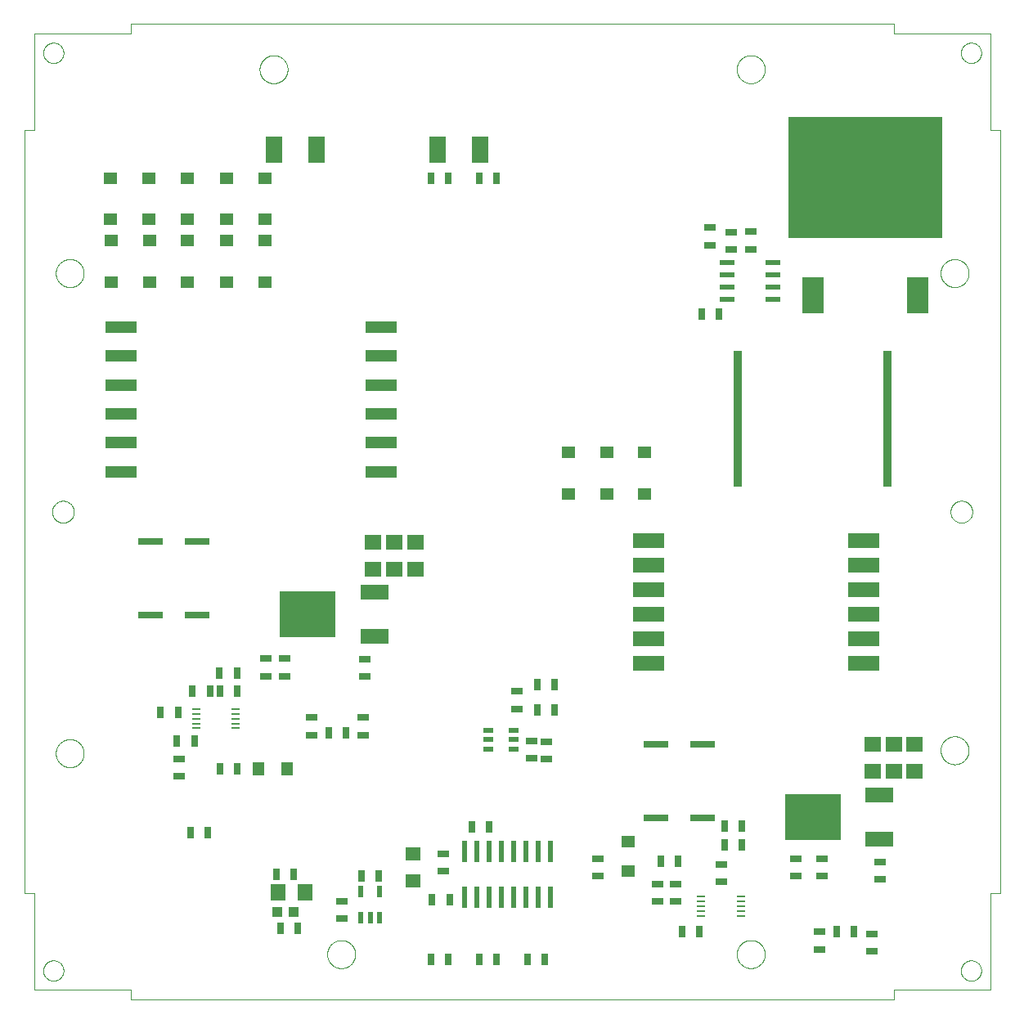
<source format=gtp>
G75*
%MOIN*%
%OFA0B0*%
%FSLAX25Y25*%
%IPPOS*%
%LPD*%
%AMOC8*
5,1,8,0,0,1.08239X$1,22.5*
%
%ADD10C,0.00000*%
%ADD11R,0.03150X0.04724*%
%ADD12R,0.05787X0.05000*%
%ADD13R,0.11811X0.06299*%
%ADD14R,0.22500X0.19000*%
%ADD15R,0.04724X0.03150*%
%ADD16R,0.07087X0.06299*%
%ADD17R,0.03445X0.00984*%
%ADD18R,0.13000X0.05000*%
%ADD19R,0.04724X0.05512*%
%ADD20R,0.13000X0.06000*%
%ADD21R,0.05512X0.04724*%
%ADD22R,0.04134X0.02362*%
%ADD23R,0.06102X0.02362*%
%ADD24R,0.04331X0.03937*%
%ADD25R,0.06299X0.07087*%
%ADD26R,0.10236X0.03150*%
%ADD27R,0.09134X0.15000*%
%ADD28R,0.62795X0.49409*%
%ADD29R,0.03543X0.55512*%
%ADD30R,0.02208X0.08583*%
%ADD31R,0.07087X0.10630*%
%ADD32R,0.02362X0.04724*%
%ADD33R,0.06299X0.05512*%
D10*
X0013611Y0013008D02*
X0052981Y0013008D01*
X0052981Y0009071D01*
X0364005Y0009071D01*
X0364005Y0013008D01*
X0403375Y0013008D01*
X0403375Y0052378D01*
X0407312Y0052378D01*
X0407312Y0363402D01*
X0403375Y0363402D01*
X0403375Y0402772D01*
X0364005Y0402772D01*
X0364005Y0406709D01*
X0052981Y0406709D01*
X0052981Y0402772D01*
X0013611Y0402772D01*
X0013611Y0363402D01*
X0009674Y0363402D01*
X0009674Y0052378D01*
X0013611Y0052378D01*
X0013611Y0013008D01*
X0017351Y0020882D02*
X0017353Y0021010D01*
X0017359Y0021138D01*
X0017369Y0021265D01*
X0017383Y0021393D01*
X0017400Y0021519D01*
X0017422Y0021645D01*
X0017448Y0021771D01*
X0017477Y0021895D01*
X0017510Y0022019D01*
X0017547Y0022141D01*
X0017588Y0022262D01*
X0017633Y0022382D01*
X0017681Y0022501D01*
X0017733Y0022618D01*
X0017789Y0022733D01*
X0017848Y0022847D01*
X0017910Y0022958D01*
X0017976Y0023068D01*
X0018045Y0023175D01*
X0018118Y0023281D01*
X0018194Y0023384D01*
X0018273Y0023484D01*
X0018355Y0023583D01*
X0018440Y0023678D01*
X0018528Y0023771D01*
X0018619Y0023861D01*
X0018712Y0023948D01*
X0018809Y0024033D01*
X0018907Y0024114D01*
X0019009Y0024192D01*
X0019112Y0024267D01*
X0019218Y0024339D01*
X0019326Y0024408D01*
X0019436Y0024473D01*
X0019549Y0024534D01*
X0019663Y0024593D01*
X0019778Y0024647D01*
X0019896Y0024698D01*
X0020014Y0024746D01*
X0020135Y0024789D01*
X0020256Y0024829D01*
X0020379Y0024865D01*
X0020503Y0024898D01*
X0020628Y0024926D01*
X0020753Y0024951D01*
X0020879Y0024971D01*
X0021006Y0024988D01*
X0021134Y0025001D01*
X0021261Y0025010D01*
X0021389Y0025015D01*
X0021517Y0025016D01*
X0021645Y0025013D01*
X0021773Y0025006D01*
X0021900Y0024995D01*
X0022027Y0024980D01*
X0022154Y0024962D01*
X0022280Y0024939D01*
X0022405Y0024912D01*
X0022529Y0024882D01*
X0022652Y0024848D01*
X0022775Y0024810D01*
X0022896Y0024768D01*
X0023015Y0024722D01*
X0023133Y0024673D01*
X0023250Y0024620D01*
X0023365Y0024564D01*
X0023478Y0024504D01*
X0023589Y0024441D01*
X0023698Y0024374D01*
X0023805Y0024304D01*
X0023910Y0024230D01*
X0024012Y0024154D01*
X0024112Y0024074D01*
X0024210Y0023991D01*
X0024305Y0023905D01*
X0024397Y0023816D01*
X0024486Y0023725D01*
X0024573Y0023631D01*
X0024656Y0023534D01*
X0024737Y0023434D01*
X0024814Y0023333D01*
X0024889Y0023228D01*
X0024960Y0023122D01*
X0025027Y0023013D01*
X0025092Y0022903D01*
X0025152Y0022790D01*
X0025210Y0022676D01*
X0025263Y0022560D01*
X0025313Y0022442D01*
X0025360Y0022323D01*
X0025403Y0022202D01*
X0025442Y0022080D01*
X0025477Y0021957D01*
X0025508Y0021833D01*
X0025536Y0021708D01*
X0025559Y0021582D01*
X0025579Y0021456D01*
X0025595Y0021329D01*
X0025607Y0021202D01*
X0025615Y0021074D01*
X0025619Y0020946D01*
X0025619Y0020818D01*
X0025615Y0020690D01*
X0025607Y0020562D01*
X0025595Y0020435D01*
X0025579Y0020308D01*
X0025559Y0020182D01*
X0025536Y0020056D01*
X0025508Y0019931D01*
X0025477Y0019807D01*
X0025442Y0019684D01*
X0025403Y0019562D01*
X0025360Y0019441D01*
X0025313Y0019322D01*
X0025263Y0019204D01*
X0025210Y0019088D01*
X0025152Y0018974D01*
X0025092Y0018861D01*
X0025027Y0018751D01*
X0024960Y0018642D01*
X0024889Y0018536D01*
X0024814Y0018431D01*
X0024737Y0018330D01*
X0024656Y0018230D01*
X0024573Y0018133D01*
X0024486Y0018039D01*
X0024397Y0017948D01*
X0024305Y0017859D01*
X0024210Y0017773D01*
X0024112Y0017690D01*
X0024012Y0017610D01*
X0023910Y0017534D01*
X0023805Y0017460D01*
X0023698Y0017390D01*
X0023589Y0017323D01*
X0023478Y0017260D01*
X0023365Y0017200D01*
X0023250Y0017144D01*
X0023133Y0017091D01*
X0023015Y0017042D01*
X0022896Y0016996D01*
X0022775Y0016954D01*
X0022652Y0016916D01*
X0022529Y0016882D01*
X0022405Y0016852D01*
X0022280Y0016825D01*
X0022154Y0016802D01*
X0022027Y0016784D01*
X0021900Y0016769D01*
X0021773Y0016758D01*
X0021645Y0016751D01*
X0021517Y0016748D01*
X0021389Y0016749D01*
X0021261Y0016754D01*
X0021134Y0016763D01*
X0021006Y0016776D01*
X0020879Y0016793D01*
X0020753Y0016813D01*
X0020628Y0016838D01*
X0020503Y0016866D01*
X0020379Y0016899D01*
X0020256Y0016935D01*
X0020135Y0016975D01*
X0020014Y0017018D01*
X0019896Y0017066D01*
X0019778Y0017117D01*
X0019663Y0017171D01*
X0019549Y0017230D01*
X0019436Y0017291D01*
X0019326Y0017356D01*
X0019218Y0017425D01*
X0019112Y0017497D01*
X0019009Y0017572D01*
X0018907Y0017650D01*
X0018809Y0017731D01*
X0018712Y0017816D01*
X0018619Y0017903D01*
X0018528Y0017993D01*
X0018440Y0018086D01*
X0018355Y0018181D01*
X0018273Y0018280D01*
X0018194Y0018380D01*
X0018118Y0018483D01*
X0018045Y0018589D01*
X0017976Y0018696D01*
X0017910Y0018806D01*
X0017848Y0018917D01*
X0017789Y0019031D01*
X0017733Y0019146D01*
X0017681Y0019263D01*
X0017633Y0019382D01*
X0017588Y0019502D01*
X0017547Y0019623D01*
X0017510Y0019745D01*
X0017477Y0019869D01*
X0017448Y0019993D01*
X0017422Y0020119D01*
X0017400Y0020245D01*
X0017383Y0020371D01*
X0017369Y0020499D01*
X0017359Y0020626D01*
X0017353Y0020754D01*
X0017351Y0020882D01*
X0022469Y0109465D02*
X0022471Y0109616D01*
X0022477Y0109766D01*
X0022487Y0109917D01*
X0022501Y0110067D01*
X0022519Y0110216D01*
X0022540Y0110366D01*
X0022566Y0110514D01*
X0022596Y0110662D01*
X0022629Y0110809D01*
X0022667Y0110955D01*
X0022708Y0111100D01*
X0022753Y0111244D01*
X0022802Y0111386D01*
X0022855Y0111527D01*
X0022911Y0111667D01*
X0022971Y0111805D01*
X0023034Y0111942D01*
X0023102Y0112077D01*
X0023172Y0112210D01*
X0023246Y0112341D01*
X0023324Y0112470D01*
X0023405Y0112597D01*
X0023489Y0112722D01*
X0023577Y0112845D01*
X0023668Y0112965D01*
X0023762Y0113083D01*
X0023859Y0113198D01*
X0023959Y0113311D01*
X0024062Y0113421D01*
X0024168Y0113528D01*
X0024277Y0113633D01*
X0024388Y0113734D01*
X0024502Y0113833D01*
X0024618Y0113928D01*
X0024738Y0114021D01*
X0024859Y0114110D01*
X0024983Y0114196D01*
X0025109Y0114279D01*
X0025237Y0114358D01*
X0025367Y0114434D01*
X0025499Y0114507D01*
X0025633Y0114575D01*
X0025769Y0114641D01*
X0025907Y0114703D01*
X0026046Y0114761D01*
X0026186Y0114815D01*
X0026328Y0114866D01*
X0026471Y0114913D01*
X0026616Y0114956D01*
X0026761Y0114995D01*
X0026908Y0115031D01*
X0027055Y0115062D01*
X0027203Y0115090D01*
X0027352Y0115114D01*
X0027501Y0115134D01*
X0027651Y0115150D01*
X0027801Y0115162D01*
X0027952Y0115170D01*
X0028103Y0115174D01*
X0028253Y0115174D01*
X0028404Y0115170D01*
X0028555Y0115162D01*
X0028705Y0115150D01*
X0028855Y0115134D01*
X0029004Y0115114D01*
X0029153Y0115090D01*
X0029301Y0115062D01*
X0029448Y0115031D01*
X0029595Y0114995D01*
X0029740Y0114956D01*
X0029885Y0114913D01*
X0030028Y0114866D01*
X0030170Y0114815D01*
X0030310Y0114761D01*
X0030449Y0114703D01*
X0030587Y0114641D01*
X0030723Y0114575D01*
X0030857Y0114507D01*
X0030989Y0114434D01*
X0031119Y0114358D01*
X0031247Y0114279D01*
X0031373Y0114196D01*
X0031497Y0114110D01*
X0031618Y0114021D01*
X0031738Y0113928D01*
X0031854Y0113833D01*
X0031968Y0113734D01*
X0032079Y0113633D01*
X0032188Y0113528D01*
X0032294Y0113421D01*
X0032397Y0113311D01*
X0032497Y0113198D01*
X0032594Y0113083D01*
X0032688Y0112965D01*
X0032779Y0112845D01*
X0032867Y0112722D01*
X0032951Y0112597D01*
X0033032Y0112470D01*
X0033110Y0112341D01*
X0033184Y0112210D01*
X0033254Y0112077D01*
X0033322Y0111942D01*
X0033385Y0111805D01*
X0033445Y0111667D01*
X0033501Y0111527D01*
X0033554Y0111386D01*
X0033603Y0111244D01*
X0033648Y0111100D01*
X0033689Y0110955D01*
X0033727Y0110809D01*
X0033760Y0110662D01*
X0033790Y0110514D01*
X0033816Y0110366D01*
X0033837Y0110216D01*
X0033855Y0110067D01*
X0033869Y0109917D01*
X0033879Y0109766D01*
X0033885Y0109616D01*
X0033887Y0109465D01*
X0033885Y0109314D01*
X0033879Y0109164D01*
X0033869Y0109013D01*
X0033855Y0108863D01*
X0033837Y0108714D01*
X0033816Y0108564D01*
X0033790Y0108416D01*
X0033760Y0108268D01*
X0033727Y0108121D01*
X0033689Y0107975D01*
X0033648Y0107830D01*
X0033603Y0107686D01*
X0033554Y0107544D01*
X0033501Y0107403D01*
X0033445Y0107263D01*
X0033385Y0107125D01*
X0033322Y0106988D01*
X0033254Y0106853D01*
X0033184Y0106720D01*
X0033110Y0106589D01*
X0033032Y0106460D01*
X0032951Y0106333D01*
X0032867Y0106208D01*
X0032779Y0106085D01*
X0032688Y0105965D01*
X0032594Y0105847D01*
X0032497Y0105732D01*
X0032397Y0105619D01*
X0032294Y0105509D01*
X0032188Y0105402D01*
X0032079Y0105297D01*
X0031968Y0105196D01*
X0031854Y0105097D01*
X0031738Y0105002D01*
X0031618Y0104909D01*
X0031497Y0104820D01*
X0031373Y0104734D01*
X0031247Y0104651D01*
X0031119Y0104572D01*
X0030989Y0104496D01*
X0030857Y0104423D01*
X0030723Y0104355D01*
X0030587Y0104289D01*
X0030449Y0104227D01*
X0030310Y0104169D01*
X0030170Y0104115D01*
X0030028Y0104064D01*
X0029885Y0104017D01*
X0029740Y0103974D01*
X0029595Y0103935D01*
X0029448Y0103899D01*
X0029301Y0103868D01*
X0029153Y0103840D01*
X0029004Y0103816D01*
X0028855Y0103796D01*
X0028705Y0103780D01*
X0028555Y0103768D01*
X0028404Y0103760D01*
X0028253Y0103756D01*
X0028103Y0103756D01*
X0027952Y0103760D01*
X0027801Y0103768D01*
X0027651Y0103780D01*
X0027501Y0103796D01*
X0027352Y0103816D01*
X0027203Y0103840D01*
X0027055Y0103868D01*
X0026908Y0103899D01*
X0026761Y0103935D01*
X0026616Y0103974D01*
X0026471Y0104017D01*
X0026328Y0104064D01*
X0026186Y0104115D01*
X0026046Y0104169D01*
X0025907Y0104227D01*
X0025769Y0104289D01*
X0025633Y0104355D01*
X0025499Y0104423D01*
X0025367Y0104496D01*
X0025237Y0104572D01*
X0025109Y0104651D01*
X0024983Y0104734D01*
X0024859Y0104820D01*
X0024738Y0104909D01*
X0024618Y0105002D01*
X0024502Y0105097D01*
X0024388Y0105196D01*
X0024277Y0105297D01*
X0024168Y0105402D01*
X0024062Y0105509D01*
X0023959Y0105619D01*
X0023859Y0105732D01*
X0023762Y0105847D01*
X0023668Y0105965D01*
X0023577Y0106085D01*
X0023489Y0106208D01*
X0023405Y0106333D01*
X0023324Y0106460D01*
X0023246Y0106589D01*
X0023172Y0106720D01*
X0023102Y0106853D01*
X0023034Y0106988D01*
X0022971Y0107125D01*
X0022911Y0107263D01*
X0022855Y0107403D01*
X0022802Y0107544D01*
X0022753Y0107686D01*
X0022708Y0107830D01*
X0022667Y0107975D01*
X0022629Y0108121D01*
X0022596Y0108268D01*
X0022566Y0108416D01*
X0022540Y0108564D01*
X0022519Y0108714D01*
X0022501Y0108863D01*
X0022487Y0109013D01*
X0022477Y0109164D01*
X0022471Y0109314D01*
X0022469Y0109465D01*
X0020973Y0207890D02*
X0020975Y0208023D01*
X0020981Y0208156D01*
X0020991Y0208289D01*
X0021005Y0208421D01*
X0021023Y0208553D01*
X0021044Y0208684D01*
X0021070Y0208815D01*
X0021100Y0208945D01*
X0021133Y0209074D01*
X0021171Y0209201D01*
X0021212Y0209328D01*
X0021257Y0209453D01*
X0021305Y0209577D01*
X0021358Y0209700D01*
X0021414Y0209820D01*
X0021473Y0209939D01*
X0021536Y0210057D01*
X0021603Y0210172D01*
X0021673Y0210285D01*
X0021746Y0210396D01*
X0021823Y0210505D01*
X0021903Y0210612D01*
X0021986Y0210716D01*
X0022072Y0210817D01*
X0022161Y0210916D01*
X0022253Y0211012D01*
X0022347Y0211106D01*
X0022445Y0211196D01*
X0022545Y0211284D01*
X0022648Y0211368D01*
X0022753Y0211450D01*
X0022861Y0211528D01*
X0022971Y0211603D01*
X0023083Y0211675D01*
X0023198Y0211743D01*
X0023314Y0211808D01*
X0023432Y0211869D01*
X0023552Y0211927D01*
X0023673Y0211981D01*
X0023797Y0212031D01*
X0023921Y0212078D01*
X0024047Y0212121D01*
X0024174Y0212160D01*
X0024303Y0212196D01*
X0024432Y0212227D01*
X0024562Y0212255D01*
X0024693Y0212279D01*
X0024825Y0212299D01*
X0024957Y0212315D01*
X0025090Y0212327D01*
X0025222Y0212335D01*
X0025355Y0212339D01*
X0025489Y0212339D01*
X0025622Y0212335D01*
X0025754Y0212327D01*
X0025887Y0212315D01*
X0026019Y0212299D01*
X0026151Y0212279D01*
X0026282Y0212255D01*
X0026412Y0212227D01*
X0026541Y0212196D01*
X0026670Y0212160D01*
X0026797Y0212121D01*
X0026923Y0212078D01*
X0027047Y0212031D01*
X0027171Y0211981D01*
X0027292Y0211927D01*
X0027412Y0211869D01*
X0027530Y0211808D01*
X0027647Y0211743D01*
X0027761Y0211675D01*
X0027873Y0211603D01*
X0027983Y0211528D01*
X0028091Y0211450D01*
X0028196Y0211368D01*
X0028299Y0211284D01*
X0028399Y0211196D01*
X0028497Y0211106D01*
X0028591Y0211012D01*
X0028683Y0210916D01*
X0028772Y0210817D01*
X0028858Y0210716D01*
X0028941Y0210612D01*
X0029021Y0210505D01*
X0029098Y0210396D01*
X0029171Y0210285D01*
X0029241Y0210172D01*
X0029308Y0210057D01*
X0029371Y0209939D01*
X0029430Y0209820D01*
X0029486Y0209700D01*
X0029539Y0209577D01*
X0029587Y0209453D01*
X0029632Y0209328D01*
X0029673Y0209201D01*
X0029711Y0209074D01*
X0029744Y0208945D01*
X0029774Y0208815D01*
X0029800Y0208684D01*
X0029821Y0208553D01*
X0029839Y0208421D01*
X0029853Y0208289D01*
X0029863Y0208156D01*
X0029869Y0208023D01*
X0029871Y0207890D01*
X0029869Y0207757D01*
X0029863Y0207624D01*
X0029853Y0207491D01*
X0029839Y0207359D01*
X0029821Y0207227D01*
X0029800Y0207096D01*
X0029774Y0206965D01*
X0029744Y0206835D01*
X0029711Y0206706D01*
X0029673Y0206579D01*
X0029632Y0206452D01*
X0029587Y0206327D01*
X0029539Y0206203D01*
X0029486Y0206080D01*
X0029430Y0205960D01*
X0029371Y0205841D01*
X0029308Y0205723D01*
X0029241Y0205608D01*
X0029171Y0205495D01*
X0029098Y0205384D01*
X0029021Y0205275D01*
X0028941Y0205168D01*
X0028858Y0205064D01*
X0028772Y0204963D01*
X0028683Y0204864D01*
X0028591Y0204768D01*
X0028497Y0204674D01*
X0028399Y0204584D01*
X0028299Y0204496D01*
X0028196Y0204412D01*
X0028091Y0204330D01*
X0027983Y0204252D01*
X0027873Y0204177D01*
X0027761Y0204105D01*
X0027646Y0204037D01*
X0027530Y0203972D01*
X0027412Y0203911D01*
X0027292Y0203853D01*
X0027171Y0203799D01*
X0027047Y0203749D01*
X0026923Y0203702D01*
X0026797Y0203659D01*
X0026670Y0203620D01*
X0026541Y0203584D01*
X0026412Y0203553D01*
X0026282Y0203525D01*
X0026151Y0203501D01*
X0026019Y0203481D01*
X0025887Y0203465D01*
X0025754Y0203453D01*
X0025622Y0203445D01*
X0025489Y0203441D01*
X0025355Y0203441D01*
X0025222Y0203445D01*
X0025090Y0203453D01*
X0024957Y0203465D01*
X0024825Y0203481D01*
X0024693Y0203501D01*
X0024562Y0203525D01*
X0024432Y0203553D01*
X0024303Y0203584D01*
X0024174Y0203620D01*
X0024047Y0203659D01*
X0023921Y0203702D01*
X0023797Y0203749D01*
X0023673Y0203799D01*
X0023552Y0203853D01*
X0023432Y0203911D01*
X0023314Y0203972D01*
X0023197Y0204037D01*
X0023083Y0204105D01*
X0022971Y0204177D01*
X0022861Y0204252D01*
X0022753Y0204330D01*
X0022648Y0204412D01*
X0022545Y0204496D01*
X0022445Y0204584D01*
X0022347Y0204674D01*
X0022253Y0204768D01*
X0022161Y0204864D01*
X0022072Y0204963D01*
X0021986Y0205064D01*
X0021903Y0205168D01*
X0021823Y0205275D01*
X0021746Y0205384D01*
X0021673Y0205495D01*
X0021603Y0205608D01*
X0021536Y0205723D01*
X0021473Y0205841D01*
X0021414Y0205960D01*
X0021358Y0206080D01*
X0021305Y0206203D01*
X0021257Y0206327D01*
X0021212Y0206452D01*
X0021171Y0206579D01*
X0021133Y0206706D01*
X0021100Y0206835D01*
X0021070Y0206965D01*
X0021044Y0207096D01*
X0021023Y0207227D01*
X0021005Y0207359D01*
X0020991Y0207491D01*
X0020981Y0207624D01*
X0020975Y0207757D01*
X0020973Y0207890D01*
X0022469Y0305134D02*
X0022471Y0305285D01*
X0022477Y0305435D01*
X0022487Y0305586D01*
X0022501Y0305736D01*
X0022519Y0305885D01*
X0022540Y0306035D01*
X0022566Y0306183D01*
X0022596Y0306331D01*
X0022629Y0306478D01*
X0022667Y0306624D01*
X0022708Y0306769D01*
X0022753Y0306913D01*
X0022802Y0307055D01*
X0022855Y0307196D01*
X0022911Y0307336D01*
X0022971Y0307474D01*
X0023034Y0307611D01*
X0023102Y0307746D01*
X0023172Y0307879D01*
X0023246Y0308010D01*
X0023324Y0308139D01*
X0023405Y0308266D01*
X0023489Y0308391D01*
X0023577Y0308514D01*
X0023668Y0308634D01*
X0023762Y0308752D01*
X0023859Y0308867D01*
X0023959Y0308980D01*
X0024062Y0309090D01*
X0024168Y0309197D01*
X0024277Y0309302D01*
X0024388Y0309403D01*
X0024502Y0309502D01*
X0024618Y0309597D01*
X0024738Y0309690D01*
X0024859Y0309779D01*
X0024983Y0309865D01*
X0025109Y0309948D01*
X0025237Y0310027D01*
X0025367Y0310103D01*
X0025499Y0310176D01*
X0025633Y0310244D01*
X0025769Y0310310D01*
X0025907Y0310372D01*
X0026046Y0310430D01*
X0026186Y0310484D01*
X0026328Y0310535D01*
X0026471Y0310582D01*
X0026616Y0310625D01*
X0026761Y0310664D01*
X0026908Y0310700D01*
X0027055Y0310731D01*
X0027203Y0310759D01*
X0027352Y0310783D01*
X0027501Y0310803D01*
X0027651Y0310819D01*
X0027801Y0310831D01*
X0027952Y0310839D01*
X0028103Y0310843D01*
X0028253Y0310843D01*
X0028404Y0310839D01*
X0028555Y0310831D01*
X0028705Y0310819D01*
X0028855Y0310803D01*
X0029004Y0310783D01*
X0029153Y0310759D01*
X0029301Y0310731D01*
X0029448Y0310700D01*
X0029595Y0310664D01*
X0029740Y0310625D01*
X0029885Y0310582D01*
X0030028Y0310535D01*
X0030170Y0310484D01*
X0030310Y0310430D01*
X0030449Y0310372D01*
X0030587Y0310310D01*
X0030723Y0310244D01*
X0030857Y0310176D01*
X0030989Y0310103D01*
X0031119Y0310027D01*
X0031247Y0309948D01*
X0031373Y0309865D01*
X0031497Y0309779D01*
X0031618Y0309690D01*
X0031738Y0309597D01*
X0031854Y0309502D01*
X0031968Y0309403D01*
X0032079Y0309302D01*
X0032188Y0309197D01*
X0032294Y0309090D01*
X0032397Y0308980D01*
X0032497Y0308867D01*
X0032594Y0308752D01*
X0032688Y0308634D01*
X0032779Y0308514D01*
X0032867Y0308391D01*
X0032951Y0308266D01*
X0033032Y0308139D01*
X0033110Y0308010D01*
X0033184Y0307879D01*
X0033254Y0307746D01*
X0033322Y0307611D01*
X0033385Y0307474D01*
X0033445Y0307336D01*
X0033501Y0307196D01*
X0033554Y0307055D01*
X0033603Y0306913D01*
X0033648Y0306769D01*
X0033689Y0306624D01*
X0033727Y0306478D01*
X0033760Y0306331D01*
X0033790Y0306183D01*
X0033816Y0306035D01*
X0033837Y0305885D01*
X0033855Y0305736D01*
X0033869Y0305586D01*
X0033879Y0305435D01*
X0033885Y0305285D01*
X0033887Y0305134D01*
X0033885Y0304983D01*
X0033879Y0304833D01*
X0033869Y0304682D01*
X0033855Y0304532D01*
X0033837Y0304383D01*
X0033816Y0304233D01*
X0033790Y0304085D01*
X0033760Y0303937D01*
X0033727Y0303790D01*
X0033689Y0303644D01*
X0033648Y0303499D01*
X0033603Y0303355D01*
X0033554Y0303213D01*
X0033501Y0303072D01*
X0033445Y0302932D01*
X0033385Y0302794D01*
X0033322Y0302657D01*
X0033254Y0302522D01*
X0033184Y0302389D01*
X0033110Y0302258D01*
X0033032Y0302129D01*
X0032951Y0302002D01*
X0032867Y0301877D01*
X0032779Y0301754D01*
X0032688Y0301634D01*
X0032594Y0301516D01*
X0032497Y0301401D01*
X0032397Y0301288D01*
X0032294Y0301178D01*
X0032188Y0301071D01*
X0032079Y0300966D01*
X0031968Y0300865D01*
X0031854Y0300766D01*
X0031738Y0300671D01*
X0031618Y0300578D01*
X0031497Y0300489D01*
X0031373Y0300403D01*
X0031247Y0300320D01*
X0031119Y0300241D01*
X0030989Y0300165D01*
X0030857Y0300092D01*
X0030723Y0300024D01*
X0030587Y0299958D01*
X0030449Y0299896D01*
X0030310Y0299838D01*
X0030170Y0299784D01*
X0030028Y0299733D01*
X0029885Y0299686D01*
X0029740Y0299643D01*
X0029595Y0299604D01*
X0029448Y0299568D01*
X0029301Y0299537D01*
X0029153Y0299509D01*
X0029004Y0299485D01*
X0028855Y0299465D01*
X0028705Y0299449D01*
X0028555Y0299437D01*
X0028404Y0299429D01*
X0028253Y0299425D01*
X0028103Y0299425D01*
X0027952Y0299429D01*
X0027801Y0299437D01*
X0027651Y0299449D01*
X0027501Y0299465D01*
X0027352Y0299485D01*
X0027203Y0299509D01*
X0027055Y0299537D01*
X0026908Y0299568D01*
X0026761Y0299604D01*
X0026616Y0299643D01*
X0026471Y0299686D01*
X0026328Y0299733D01*
X0026186Y0299784D01*
X0026046Y0299838D01*
X0025907Y0299896D01*
X0025769Y0299958D01*
X0025633Y0300024D01*
X0025499Y0300092D01*
X0025367Y0300165D01*
X0025237Y0300241D01*
X0025109Y0300320D01*
X0024983Y0300403D01*
X0024859Y0300489D01*
X0024738Y0300578D01*
X0024618Y0300671D01*
X0024502Y0300766D01*
X0024388Y0300865D01*
X0024277Y0300966D01*
X0024168Y0301071D01*
X0024062Y0301178D01*
X0023959Y0301288D01*
X0023859Y0301401D01*
X0023762Y0301516D01*
X0023668Y0301634D01*
X0023577Y0301754D01*
X0023489Y0301877D01*
X0023405Y0302002D01*
X0023324Y0302129D01*
X0023246Y0302258D01*
X0023172Y0302389D01*
X0023102Y0302522D01*
X0023034Y0302657D01*
X0022971Y0302794D01*
X0022911Y0302932D01*
X0022855Y0303072D01*
X0022802Y0303213D01*
X0022753Y0303355D01*
X0022708Y0303499D01*
X0022667Y0303644D01*
X0022629Y0303790D01*
X0022596Y0303937D01*
X0022566Y0304085D01*
X0022540Y0304233D01*
X0022519Y0304383D01*
X0022501Y0304532D01*
X0022487Y0304682D01*
X0022477Y0304833D01*
X0022471Y0304983D01*
X0022469Y0305134D01*
X0105540Y0388205D02*
X0105542Y0388356D01*
X0105548Y0388506D01*
X0105558Y0388657D01*
X0105572Y0388807D01*
X0105590Y0388956D01*
X0105611Y0389106D01*
X0105637Y0389254D01*
X0105667Y0389402D01*
X0105700Y0389549D01*
X0105738Y0389695D01*
X0105779Y0389840D01*
X0105824Y0389984D01*
X0105873Y0390126D01*
X0105926Y0390267D01*
X0105982Y0390407D01*
X0106042Y0390545D01*
X0106105Y0390682D01*
X0106173Y0390817D01*
X0106243Y0390950D01*
X0106317Y0391081D01*
X0106395Y0391210D01*
X0106476Y0391337D01*
X0106560Y0391462D01*
X0106648Y0391585D01*
X0106739Y0391705D01*
X0106833Y0391823D01*
X0106930Y0391938D01*
X0107030Y0392051D01*
X0107133Y0392161D01*
X0107239Y0392268D01*
X0107348Y0392373D01*
X0107459Y0392474D01*
X0107573Y0392573D01*
X0107689Y0392668D01*
X0107809Y0392761D01*
X0107930Y0392850D01*
X0108054Y0392936D01*
X0108180Y0393019D01*
X0108308Y0393098D01*
X0108438Y0393174D01*
X0108570Y0393247D01*
X0108704Y0393315D01*
X0108840Y0393381D01*
X0108978Y0393443D01*
X0109117Y0393501D01*
X0109257Y0393555D01*
X0109399Y0393606D01*
X0109542Y0393653D01*
X0109687Y0393696D01*
X0109832Y0393735D01*
X0109979Y0393771D01*
X0110126Y0393802D01*
X0110274Y0393830D01*
X0110423Y0393854D01*
X0110572Y0393874D01*
X0110722Y0393890D01*
X0110872Y0393902D01*
X0111023Y0393910D01*
X0111174Y0393914D01*
X0111324Y0393914D01*
X0111475Y0393910D01*
X0111626Y0393902D01*
X0111776Y0393890D01*
X0111926Y0393874D01*
X0112075Y0393854D01*
X0112224Y0393830D01*
X0112372Y0393802D01*
X0112519Y0393771D01*
X0112666Y0393735D01*
X0112811Y0393696D01*
X0112956Y0393653D01*
X0113099Y0393606D01*
X0113241Y0393555D01*
X0113381Y0393501D01*
X0113520Y0393443D01*
X0113658Y0393381D01*
X0113794Y0393315D01*
X0113928Y0393247D01*
X0114060Y0393174D01*
X0114190Y0393098D01*
X0114318Y0393019D01*
X0114444Y0392936D01*
X0114568Y0392850D01*
X0114689Y0392761D01*
X0114809Y0392668D01*
X0114925Y0392573D01*
X0115039Y0392474D01*
X0115150Y0392373D01*
X0115259Y0392268D01*
X0115365Y0392161D01*
X0115468Y0392051D01*
X0115568Y0391938D01*
X0115665Y0391823D01*
X0115759Y0391705D01*
X0115850Y0391585D01*
X0115938Y0391462D01*
X0116022Y0391337D01*
X0116103Y0391210D01*
X0116181Y0391081D01*
X0116255Y0390950D01*
X0116325Y0390817D01*
X0116393Y0390682D01*
X0116456Y0390545D01*
X0116516Y0390407D01*
X0116572Y0390267D01*
X0116625Y0390126D01*
X0116674Y0389984D01*
X0116719Y0389840D01*
X0116760Y0389695D01*
X0116798Y0389549D01*
X0116831Y0389402D01*
X0116861Y0389254D01*
X0116887Y0389106D01*
X0116908Y0388956D01*
X0116926Y0388807D01*
X0116940Y0388657D01*
X0116950Y0388506D01*
X0116956Y0388356D01*
X0116958Y0388205D01*
X0116956Y0388054D01*
X0116950Y0387904D01*
X0116940Y0387753D01*
X0116926Y0387603D01*
X0116908Y0387454D01*
X0116887Y0387304D01*
X0116861Y0387156D01*
X0116831Y0387008D01*
X0116798Y0386861D01*
X0116760Y0386715D01*
X0116719Y0386570D01*
X0116674Y0386426D01*
X0116625Y0386284D01*
X0116572Y0386143D01*
X0116516Y0386003D01*
X0116456Y0385865D01*
X0116393Y0385728D01*
X0116325Y0385593D01*
X0116255Y0385460D01*
X0116181Y0385329D01*
X0116103Y0385200D01*
X0116022Y0385073D01*
X0115938Y0384948D01*
X0115850Y0384825D01*
X0115759Y0384705D01*
X0115665Y0384587D01*
X0115568Y0384472D01*
X0115468Y0384359D01*
X0115365Y0384249D01*
X0115259Y0384142D01*
X0115150Y0384037D01*
X0115039Y0383936D01*
X0114925Y0383837D01*
X0114809Y0383742D01*
X0114689Y0383649D01*
X0114568Y0383560D01*
X0114444Y0383474D01*
X0114318Y0383391D01*
X0114190Y0383312D01*
X0114060Y0383236D01*
X0113928Y0383163D01*
X0113794Y0383095D01*
X0113658Y0383029D01*
X0113520Y0382967D01*
X0113381Y0382909D01*
X0113241Y0382855D01*
X0113099Y0382804D01*
X0112956Y0382757D01*
X0112811Y0382714D01*
X0112666Y0382675D01*
X0112519Y0382639D01*
X0112372Y0382608D01*
X0112224Y0382580D01*
X0112075Y0382556D01*
X0111926Y0382536D01*
X0111776Y0382520D01*
X0111626Y0382508D01*
X0111475Y0382500D01*
X0111324Y0382496D01*
X0111174Y0382496D01*
X0111023Y0382500D01*
X0110872Y0382508D01*
X0110722Y0382520D01*
X0110572Y0382536D01*
X0110423Y0382556D01*
X0110274Y0382580D01*
X0110126Y0382608D01*
X0109979Y0382639D01*
X0109832Y0382675D01*
X0109687Y0382714D01*
X0109542Y0382757D01*
X0109399Y0382804D01*
X0109257Y0382855D01*
X0109117Y0382909D01*
X0108978Y0382967D01*
X0108840Y0383029D01*
X0108704Y0383095D01*
X0108570Y0383163D01*
X0108438Y0383236D01*
X0108308Y0383312D01*
X0108180Y0383391D01*
X0108054Y0383474D01*
X0107930Y0383560D01*
X0107809Y0383649D01*
X0107689Y0383742D01*
X0107573Y0383837D01*
X0107459Y0383936D01*
X0107348Y0384037D01*
X0107239Y0384142D01*
X0107133Y0384249D01*
X0107030Y0384359D01*
X0106930Y0384472D01*
X0106833Y0384587D01*
X0106739Y0384705D01*
X0106648Y0384825D01*
X0106560Y0384948D01*
X0106476Y0385073D01*
X0106395Y0385200D01*
X0106317Y0385329D01*
X0106243Y0385460D01*
X0106173Y0385593D01*
X0106105Y0385728D01*
X0106042Y0385865D01*
X0105982Y0386003D01*
X0105926Y0386143D01*
X0105873Y0386284D01*
X0105824Y0386426D01*
X0105779Y0386570D01*
X0105738Y0386715D01*
X0105700Y0386861D01*
X0105667Y0387008D01*
X0105637Y0387156D01*
X0105611Y0387304D01*
X0105590Y0387454D01*
X0105572Y0387603D01*
X0105558Y0387753D01*
X0105548Y0387904D01*
X0105542Y0388054D01*
X0105540Y0388205D01*
X0017351Y0394898D02*
X0017353Y0395026D01*
X0017359Y0395154D01*
X0017369Y0395281D01*
X0017383Y0395409D01*
X0017400Y0395535D01*
X0017422Y0395661D01*
X0017448Y0395787D01*
X0017477Y0395911D01*
X0017510Y0396035D01*
X0017547Y0396157D01*
X0017588Y0396278D01*
X0017633Y0396398D01*
X0017681Y0396517D01*
X0017733Y0396634D01*
X0017789Y0396749D01*
X0017848Y0396863D01*
X0017910Y0396974D01*
X0017976Y0397084D01*
X0018045Y0397191D01*
X0018118Y0397297D01*
X0018194Y0397400D01*
X0018273Y0397500D01*
X0018355Y0397599D01*
X0018440Y0397694D01*
X0018528Y0397787D01*
X0018619Y0397877D01*
X0018712Y0397964D01*
X0018809Y0398049D01*
X0018907Y0398130D01*
X0019009Y0398208D01*
X0019112Y0398283D01*
X0019218Y0398355D01*
X0019326Y0398424D01*
X0019436Y0398489D01*
X0019549Y0398550D01*
X0019663Y0398609D01*
X0019778Y0398663D01*
X0019896Y0398714D01*
X0020014Y0398762D01*
X0020135Y0398805D01*
X0020256Y0398845D01*
X0020379Y0398881D01*
X0020503Y0398914D01*
X0020628Y0398942D01*
X0020753Y0398967D01*
X0020879Y0398987D01*
X0021006Y0399004D01*
X0021134Y0399017D01*
X0021261Y0399026D01*
X0021389Y0399031D01*
X0021517Y0399032D01*
X0021645Y0399029D01*
X0021773Y0399022D01*
X0021900Y0399011D01*
X0022027Y0398996D01*
X0022154Y0398978D01*
X0022280Y0398955D01*
X0022405Y0398928D01*
X0022529Y0398898D01*
X0022652Y0398864D01*
X0022775Y0398826D01*
X0022896Y0398784D01*
X0023015Y0398738D01*
X0023133Y0398689D01*
X0023250Y0398636D01*
X0023365Y0398580D01*
X0023478Y0398520D01*
X0023589Y0398457D01*
X0023698Y0398390D01*
X0023805Y0398320D01*
X0023910Y0398246D01*
X0024012Y0398170D01*
X0024112Y0398090D01*
X0024210Y0398007D01*
X0024305Y0397921D01*
X0024397Y0397832D01*
X0024486Y0397741D01*
X0024573Y0397647D01*
X0024656Y0397550D01*
X0024737Y0397450D01*
X0024814Y0397349D01*
X0024889Y0397244D01*
X0024960Y0397138D01*
X0025027Y0397029D01*
X0025092Y0396919D01*
X0025152Y0396806D01*
X0025210Y0396692D01*
X0025263Y0396576D01*
X0025313Y0396458D01*
X0025360Y0396339D01*
X0025403Y0396218D01*
X0025442Y0396096D01*
X0025477Y0395973D01*
X0025508Y0395849D01*
X0025536Y0395724D01*
X0025559Y0395598D01*
X0025579Y0395472D01*
X0025595Y0395345D01*
X0025607Y0395218D01*
X0025615Y0395090D01*
X0025619Y0394962D01*
X0025619Y0394834D01*
X0025615Y0394706D01*
X0025607Y0394578D01*
X0025595Y0394451D01*
X0025579Y0394324D01*
X0025559Y0394198D01*
X0025536Y0394072D01*
X0025508Y0393947D01*
X0025477Y0393823D01*
X0025442Y0393700D01*
X0025403Y0393578D01*
X0025360Y0393457D01*
X0025313Y0393338D01*
X0025263Y0393220D01*
X0025210Y0393104D01*
X0025152Y0392990D01*
X0025092Y0392877D01*
X0025027Y0392767D01*
X0024960Y0392658D01*
X0024889Y0392552D01*
X0024814Y0392447D01*
X0024737Y0392346D01*
X0024656Y0392246D01*
X0024573Y0392149D01*
X0024486Y0392055D01*
X0024397Y0391964D01*
X0024305Y0391875D01*
X0024210Y0391789D01*
X0024112Y0391706D01*
X0024012Y0391626D01*
X0023910Y0391550D01*
X0023805Y0391476D01*
X0023698Y0391406D01*
X0023589Y0391339D01*
X0023478Y0391276D01*
X0023365Y0391216D01*
X0023250Y0391160D01*
X0023133Y0391107D01*
X0023015Y0391058D01*
X0022896Y0391012D01*
X0022775Y0390970D01*
X0022652Y0390932D01*
X0022529Y0390898D01*
X0022405Y0390868D01*
X0022280Y0390841D01*
X0022154Y0390818D01*
X0022027Y0390800D01*
X0021900Y0390785D01*
X0021773Y0390774D01*
X0021645Y0390767D01*
X0021517Y0390764D01*
X0021389Y0390765D01*
X0021261Y0390770D01*
X0021134Y0390779D01*
X0021006Y0390792D01*
X0020879Y0390809D01*
X0020753Y0390829D01*
X0020628Y0390854D01*
X0020503Y0390882D01*
X0020379Y0390915D01*
X0020256Y0390951D01*
X0020135Y0390991D01*
X0020014Y0391034D01*
X0019896Y0391082D01*
X0019778Y0391133D01*
X0019663Y0391187D01*
X0019549Y0391246D01*
X0019436Y0391307D01*
X0019326Y0391372D01*
X0019218Y0391441D01*
X0019112Y0391513D01*
X0019009Y0391588D01*
X0018907Y0391666D01*
X0018809Y0391747D01*
X0018712Y0391832D01*
X0018619Y0391919D01*
X0018528Y0392009D01*
X0018440Y0392102D01*
X0018355Y0392197D01*
X0018273Y0392296D01*
X0018194Y0392396D01*
X0018118Y0392499D01*
X0018045Y0392605D01*
X0017976Y0392712D01*
X0017910Y0392822D01*
X0017848Y0392933D01*
X0017789Y0393047D01*
X0017733Y0393162D01*
X0017681Y0393279D01*
X0017633Y0393398D01*
X0017588Y0393518D01*
X0017547Y0393639D01*
X0017510Y0393761D01*
X0017477Y0393885D01*
X0017448Y0394009D01*
X0017422Y0394135D01*
X0017400Y0394261D01*
X0017383Y0394387D01*
X0017369Y0394515D01*
X0017359Y0394642D01*
X0017353Y0394770D01*
X0017351Y0394898D01*
X0300028Y0388205D02*
X0300030Y0388356D01*
X0300036Y0388506D01*
X0300046Y0388657D01*
X0300060Y0388807D01*
X0300078Y0388956D01*
X0300099Y0389106D01*
X0300125Y0389254D01*
X0300155Y0389402D01*
X0300188Y0389549D01*
X0300226Y0389695D01*
X0300267Y0389840D01*
X0300312Y0389984D01*
X0300361Y0390126D01*
X0300414Y0390267D01*
X0300470Y0390407D01*
X0300530Y0390545D01*
X0300593Y0390682D01*
X0300661Y0390817D01*
X0300731Y0390950D01*
X0300805Y0391081D01*
X0300883Y0391210D01*
X0300964Y0391337D01*
X0301048Y0391462D01*
X0301136Y0391585D01*
X0301227Y0391705D01*
X0301321Y0391823D01*
X0301418Y0391938D01*
X0301518Y0392051D01*
X0301621Y0392161D01*
X0301727Y0392268D01*
X0301836Y0392373D01*
X0301947Y0392474D01*
X0302061Y0392573D01*
X0302177Y0392668D01*
X0302297Y0392761D01*
X0302418Y0392850D01*
X0302542Y0392936D01*
X0302668Y0393019D01*
X0302796Y0393098D01*
X0302926Y0393174D01*
X0303058Y0393247D01*
X0303192Y0393315D01*
X0303328Y0393381D01*
X0303466Y0393443D01*
X0303605Y0393501D01*
X0303745Y0393555D01*
X0303887Y0393606D01*
X0304030Y0393653D01*
X0304175Y0393696D01*
X0304320Y0393735D01*
X0304467Y0393771D01*
X0304614Y0393802D01*
X0304762Y0393830D01*
X0304911Y0393854D01*
X0305060Y0393874D01*
X0305210Y0393890D01*
X0305360Y0393902D01*
X0305511Y0393910D01*
X0305662Y0393914D01*
X0305812Y0393914D01*
X0305963Y0393910D01*
X0306114Y0393902D01*
X0306264Y0393890D01*
X0306414Y0393874D01*
X0306563Y0393854D01*
X0306712Y0393830D01*
X0306860Y0393802D01*
X0307007Y0393771D01*
X0307154Y0393735D01*
X0307299Y0393696D01*
X0307444Y0393653D01*
X0307587Y0393606D01*
X0307729Y0393555D01*
X0307869Y0393501D01*
X0308008Y0393443D01*
X0308146Y0393381D01*
X0308282Y0393315D01*
X0308416Y0393247D01*
X0308548Y0393174D01*
X0308678Y0393098D01*
X0308806Y0393019D01*
X0308932Y0392936D01*
X0309056Y0392850D01*
X0309177Y0392761D01*
X0309297Y0392668D01*
X0309413Y0392573D01*
X0309527Y0392474D01*
X0309638Y0392373D01*
X0309747Y0392268D01*
X0309853Y0392161D01*
X0309956Y0392051D01*
X0310056Y0391938D01*
X0310153Y0391823D01*
X0310247Y0391705D01*
X0310338Y0391585D01*
X0310426Y0391462D01*
X0310510Y0391337D01*
X0310591Y0391210D01*
X0310669Y0391081D01*
X0310743Y0390950D01*
X0310813Y0390817D01*
X0310881Y0390682D01*
X0310944Y0390545D01*
X0311004Y0390407D01*
X0311060Y0390267D01*
X0311113Y0390126D01*
X0311162Y0389984D01*
X0311207Y0389840D01*
X0311248Y0389695D01*
X0311286Y0389549D01*
X0311319Y0389402D01*
X0311349Y0389254D01*
X0311375Y0389106D01*
X0311396Y0388956D01*
X0311414Y0388807D01*
X0311428Y0388657D01*
X0311438Y0388506D01*
X0311444Y0388356D01*
X0311446Y0388205D01*
X0311444Y0388054D01*
X0311438Y0387904D01*
X0311428Y0387753D01*
X0311414Y0387603D01*
X0311396Y0387454D01*
X0311375Y0387304D01*
X0311349Y0387156D01*
X0311319Y0387008D01*
X0311286Y0386861D01*
X0311248Y0386715D01*
X0311207Y0386570D01*
X0311162Y0386426D01*
X0311113Y0386284D01*
X0311060Y0386143D01*
X0311004Y0386003D01*
X0310944Y0385865D01*
X0310881Y0385728D01*
X0310813Y0385593D01*
X0310743Y0385460D01*
X0310669Y0385329D01*
X0310591Y0385200D01*
X0310510Y0385073D01*
X0310426Y0384948D01*
X0310338Y0384825D01*
X0310247Y0384705D01*
X0310153Y0384587D01*
X0310056Y0384472D01*
X0309956Y0384359D01*
X0309853Y0384249D01*
X0309747Y0384142D01*
X0309638Y0384037D01*
X0309527Y0383936D01*
X0309413Y0383837D01*
X0309297Y0383742D01*
X0309177Y0383649D01*
X0309056Y0383560D01*
X0308932Y0383474D01*
X0308806Y0383391D01*
X0308678Y0383312D01*
X0308548Y0383236D01*
X0308416Y0383163D01*
X0308282Y0383095D01*
X0308146Y0383029D01*
X0308008Y0382967D01*
X0307869Y0382909D01*
X0307729Y0382855D01*
X0307587Y0382804D01*
X0307444Y0382757D01*
X0307299Y0382714D01*
X0307154Y0382675D01*
X0307007Y0382639D01*
X0306860Y0382608D01*
X0306712Y0382580D01*
X0306563Y0382556D01*
X0306414Y0382536D01*
X0306264Y0382520D01*
X0306114Y0382508D01*
X0305963Y0382500D01*
X0305812Y0382496D01*
X0305662Y0382496D01*
X0305511Y0382500D01*
X0305360Y0382508D01*
X0305210Y0382520D01*
X0305060Y0382536D01*
X0304911Y0382556D01*
X0304762Y0382580D01*
X0304614Y0382608D01*
X0304467Y0382639D01*
X0304320Y0382675D01*
X0304175Y0382714D01*
X0304030Y0382757D01*
X0303887Y0382804D01*
X0303745Y0382855D01*
X0303605Y0382909D01*
X0303466Y0382967D01*
X0303328Y0383029D01*
X0303192Y0383095D01*
X0303058Y0383163D01*
X0302926Y0383236D01*
X0302796Y0383312D01*
X0302668Y0383391D01*
X0302542Y0383474D01*
X0302418Y0383560D01*
X0302297Y0383649D01*
X0302177Y0383742D01*
X0302061Y0383837D01*
X0301947Y0383936D01*
X0301836Y0384037D01*
X0301727Y0384142D01*
X0301621Y0384249D01*
X0301518Y0384359D01*
X0301418Y0384472D01*
X0301321Y0384587D01*
X0301227Y0384705D01*
X0301136Y0384825D01*
X0301048Y0384948D01*
X0300964Y0385073D01*
X0300883Y0385200D01*
X0300805Y0385329D01*
X0300731Y0385460D01*
X0300661Y0385593D01*
X0300593Y0385728D01*
X0300530Y0385865D01*
X0300470Y0386003D01*
X0300414Y0386143D01*
X0300361Y0386284D01*
X0300312Y0386426D01*
X0300267Y0386570D01*
X0300226Y0386715D01*
X0300188Y0386861D01*
X0300155Y0387008D01*
X0300125Y0387156D01*
X0300099Y0387304D01*
X0300078Y0387454D01*
X0300060Y0387603D01*
X0300046Y0387753D01*
X0300036Y0387904D01*
X0300030Y0388054D01*
X0300028Y0388205D01*
X0383099Y0305134D02*
X0383101Y0305285D01*
X0383107Y0305435D01*
X0383117Y0305586D01*
X0383131Y0305736D01*
X0383149Y0305885D01*
X0383170Y0306035D01*
X0383196Y0306183D01*
X0383226Y0306331D01*
X0383259Y0306478D01*
X0383297Y0306624D01*
X0383338Y0306769D01*
X0383383Y0306913D01*
X0383432Y0307055D01*
X0383485Y0307196D01*
X0383541Y0307336D01*
X0383601Y0307474D01*
X0383664Y0307611D01*
X0383732Y0307746D01*
X0383802Y0307879D01*
X0383876Y0308010D01*
X0383954Y0308139D01*
X0384035Y0308266D01*
X0384119Y0308391D01*
X0384207Y0308514D01*
X0384298Y0308634D01*
X0384392Y0308752D01*
X0384489Y0308867D01*
X0384589Y0308980D01*
X0384692Y0309090D01*
X0384798Y0309197D01*
X0384907Y0309302D01*
X0385018Y0309403D01*
X0385132Y0309502D01*
X0385248Y0309597D01*
X0385368Y0309690D01*
X0385489Y0309779D01*
X0385613Y0309865D01*
X0385739Y0309948D01*
X0385867Y0310027D01*
X0385997Y0310103D01*
X0386129Y0310176D01*
X0386263Y0310244D01*
X0386399Y0310310D01*
X0386537Y0310372D01*
X0386676Y0310430D01*
X0386816Y0310484D01*
X0386958Y0310535D01*
X0387101Y0310582D01*
X0387246Y0310625D01*
X0387391Y0310664D01*
X0387538Y0310700D01*
X0387685Y0310731D01*
X0387833Y0310759D01*
X0387982Y0310783D01*
X0388131Y0310803D01*
X0388281Y0310819D01*
X0388431Y0310831D01*
X0388582Y0310839D01*
X0388733Y0310843D01*
X0388883Y0310843D01*
X0389034Y0310839D01*
X0389185Y0310831D01*
X0389335Y0310819D01*
X0389485Y0310803D01*
X0389634Y0310783D01*
X0389783Y0310759D01*
X0389931Y0310731D01*
X0390078Y0310700D01*
X0390225Y0310664D01*
X0390370Y0310625D01*
X0390515Y0310582D01*
X0390658Y0310535D01*
X0390800Y0310484D01*
X0390940Y0310430D01*
X0391079Y0310372D01*
X0391217Y0310310D01*
X0391353Y0310244D01*
X0391487Y0310176D01*
X0391619Y0310103D01*
X0391749Y0310027D01*
X0391877Y0309948D01*
X0392003Y0309865D01*
X0392127Y0309779D01*
X0392248Y0309690D01*
X0392368Y0309597D01*
X0392484Y0309502D01*
X0392598Y0309403D01*
X0392709Y0309302D01*
X0392818Y0309197D01*
X0392924Y0309090D01*
X0393027Y0308980D01*
X0393127Y0308867D01*
X0393224Y0308752D01*
X0393318Y0308634D01*
X0393409Y0308514D01*
X0393497Y0308391D01*
X0393581Y0308266D01*
X0393662Y0308139D01*
X0393740Y0308010D01*
X0393814Y0307879D01*
X0393884Y0307746D01*
X0393952Y0307611D01*
X0394015Y0307474D01*
X0394075Y0307336D01*
X0394131Y0307196D01*
X0394184Y0307055D01*
X0394233Y0306913D01*
X0394278Y0306769D01*
X0394319Y0306624D01*
X0394357Y0306478D01*
X0394390Y0306331D01*
X0394420Y0306183D01*
X0394446Y0306035D01*
X0394467Y0305885D01*
X0394485Y0305736D01*
X0394499Y0305586D01*
X0394509Y0305435D01*
X0394515Y0305285D01*
X0394517Y0305134D01*
X0394515Y0304983D01*
X0394509Y0304833D01*
X0394499Y0304682D01*
X0394485Y0304532D01*
X0394467Y0304383D01*
X0394446Y0304233D01*
X0394420Y0304085D01*
X0394390Y0303937D01*
X0394357Y0303790D01*
X0394319Y0303644D01*
X0394278Y0303499D01*
X0394233Y0303355D01*
X0394184Y0303213D01*
X0394131Y0303072D01*
X0394075Y0302932D01*
X0394015Y0302794D01*
X0393952Y0302657D01*
X0393884Y0302522D01*
X0393814Y0302389D01*
X0393740Y0302258D01*
X0393662Y0302129D01*
X0393581Y0302002D01*
X0393497Y0301877D01*
X0393409Y0301754D01*
X0393318Y0301634D01*
X0393224Y0301516D01*
X0393127Y0301401D01*
X0393027Y0301288D01*
X0392924Y0301178D01*
X0392818Y0301071D01*
X0392709Y0300966D01*
X0392598Y0300865D01*
X0392484Y0300766D01*
X0392368Y0300671D01*
X0392248Y0300578D01*
X0392127Y0300489D01*
X0392003Y0300403D01*
X0391877Y0300320D01*
X0391749Y0300241D01*
X0391619Y0300165D01*
X0391487Y0300092D01*
X0391353Y0300024D01*
X0391217Y0299958D01*
X0391079Y0299896D01*
X0390940Y0299838D01*
X0390800Y0299784D01*
X0390658Y0299733D01*
X0390515Y0299686D01*
X0390370Y0299643D01*
X0390225Y0299604D01*
X0390078Y0299568D01*
X0389931Y0299537D01*
X0389783Y0299509D01*
X0389634Y0299485D01*
X0389485Y0299465D01*
X0389335Y0299449D01*
X0389185Y0299437D01*
X0389034Y0299429D01*
X0388883Y0299425D01*
X0388733Y0299425D01*
X0388582Y0299429D01*
X0388431Y0299437D01*
X0388281Y0299449D01*
X0388131Y0299465D01*
X0387982Y0299485D01*
X0387833Y0299509D01*
X0387685Y0299537D01*
X0387538Y0299568D01*
X0387391Y0299604D01*
X0387246Y0299643D01*
X0387101Y0299686D01*
X0386958Y0299733D01*
X0386816Y0299784D01*
X0386676Y0299838D01*
X0386537Y0299896D01*
X0386399Y0299958D01*
X0386263Y0300024D01*
X0386129Y0300092D01*
X0385997Y0300165D01*
X0385867Y0300241D01*
X0385739Y0300320D01*
X0385613Y0300403D01*
X0385489Y0300489D01*
X0385368Y0300578D01*
X0385248Y0300671D01*
X0385132Y0300766D01*
X0385018Y0300865D01*
X0384907Y0300966D01*
X0384798Y0301071D01*
X0384692Y0301178D01*
X0384589Y0301288D01*
X0384489Y0301401D01*
X0384392Y0301516D01*
X0384298Y0301634D01*
X0384207Y0301754D01*
X0384119Y0301877D01*
X0384035Y0302002D01*
X0383954Y0302129D01*
X0383876Y0302258D01*
X0383802Y0302389D01*
X0383732Y0302522D01*
X0383664Y0302657D01*
X0383601Y0302794D01*
X0383541Y0302932D01*
X0383485Y0303072D01*
X0383432Y0303213D01*
X0383383Y0303355D01*
X0383338Y0303499D01*
X0383297Y0303644D01*
X0383259Y0303790D01*
X0383226Y0303937D01*
X0383196Y0304085D01*
X0383170Y0304233D01*
X0383149Y0304383D01*
X0383131Y0304532D01*
X0383117Y0304682D01*
X0383107Y0304833D01*
X0383101Y0304983D01*
X0383099Y0305134D01*
X0391367Y0394898D02*
X0391369Y0395026D01*
X0391375Y0395154D01*
X0391385Y0395281D01*
X0391399Y0395409D01*
X0391416Y0395535D01*
X0391438Y0395661D01*
X0391464Y0395787D01*
X0391493Y0395911D01*
X0391526Y0396035D01*
X0391563Y0396157D01*
X0391604Y0396278D01*
X0391649Y0396398D01*
X0391697Y0396517D01*
X0391749Y0396634D01*
X0391805Y0396749D01*
X0391864Y0396863D01*
X0391926Y0396974D01*
X0391992Y0397084D01*
X0392061Y0397191D01*
X0392134Y0397297D01*
X0392210Y0397400D01*
X0392289Y0397500D01*
X0392371Y0397599D01*
X0392456Y0397694D01*
X0392544Y0397787D01*
X0392635Y0397877D01*
X0392728Y0397964D01*
X0392825Y0398049D01*
X0392923Y0398130D01*
X0393025Y0398208D01*
X0393128Y0398283D01*
X0393234Y0398355D01*
X0393342Y0398424D01*
X0393452Y0398489D01*
X0393565Y0398550D01*
X0393679Y0398609D01*
X0393794Y0398663D01*
X0393912Y0398714D01*
X0394030Y0398762D01*
X0394151Y0398805D01*
X0394272Y0398845D01*
X0394395Y0398881D01*
X0394519Y0398914D01*
X0394644Y0398942D01*
X0394769Y0398967D01*
X0394895Y0398987D01*
X0395022Y0399004D01*
X0395150Y0399017D01*
X0395277Y0399026D01*
X0395405Y0399031D01*
X0395533Y0399032D01*
X0395661Y0399029D01*
X0395789Y0399022D01*
X0395916Y0399011D01*
X0396043Y0398996D01*
X0396170Y0398978D01*
X0396296Y0398955D01*
X0396421Y0398928D01*
X0396545Y0398898D01*
X0396668Y0398864D01*
X0396791Y0398826D01*
X0396912Y0398784D01*
X0397031Y0398738D01*
X0397149Y0398689D01*
X0397266Y0398636D01*
X0397381Y0398580D01*
X0397494Y0398520D01*
X0397605Y0398457D01*
X0397714Y0398390D01*
X0397821Y0398320D01*
X0397926Y0398246D01*
X0398028Y0398170D01*
X0398128Y0398090D01*
X0398226Y0398007D01*
X0398321Y0397921D01*
X0398413Y0397832D01*
X0398502Y0397741D01*
X0398589Y0397647D01*
X0398672Y0397550D01*
X0398753Y0397450D01*
X0398830Y0397349D01*
X0398905Y0397244D01*
X0398976Y0397138D01*
X0399043Y0397029D01*
X0399108Y0396919D01*
X0399168Y0396806D01*
X0399226Y0396692D01*
X0399279Y0396576D01*
X0399329Y0396458D01*
X0399376Y0396339D01*
X0399419Y0396218D01*
X0399458Y0396096D01*
X0399493Y0395973D01*
X0399524Y0395849D01*
X0399552Y0395724D01*
X0399575Y0395598D01*
X0399595Y0395472D01*
X0399611Y0395345D01*
X0399623Y0395218D01*
X0399631Y0395090D01*
X0399635Y0394962D01*
X0399635Y0394834D01*
X0399631Y0394706D01*
X0399623Y0394578D01*
X0399611Y0394451D01*
X0399595Y0394324D01*
X0399575Y0394198D01*
X0399552Y0394072D01*
X0399524Y0393947D01*
X0399493Y0393823D01*
X0399458Y0393700D01*
X0399419Y0393578D01*
X0399376Y0393457D01*
X0399329Y0393338D01*
X0399279Y0393220D01*
X0399226Y0393104D01*
X0399168Y0392990D01*
X0399108Y0392877D01*
X0399043Y0392767D01*
X0398976Y0392658D01*
X0398905Y0392552D01*
X0398830Y0392447D01*
X0398753Y0392346D01*
X0398672Y0392246D01*
X0398589Y0392149D01*
X0398502Y0392055D01*
X0398413Y0391964D01*
X0398321Y0391875D01*
X0398226Y0391789D01*
X0398128Y0391706D01*
X0398028Y0391626D01*
X0397926Y0391550D01*
X0397821Y0391476D01*
X0397714Y0391406D01*
X0397605Y0391339D01*
X0397494Y0391276D01*
X0397381Y0391216D01*
X0397266Y0391160D01*
X0397149Y0391107D01*
X0397031Y0391058D01*
X0396912Y0391012D01*
X0396791Y0390970D01*
X0396668Y0390932D01*
X0396545Y0390898D01*
X0396421Y0390868D01*
X0396296Y0390841D01*
X0396170Y0390818D01*
X0396043Y0390800D01*
X0395916Y0390785D01*
X0395789Y0390774D01*
X0395661Y0390767D01*
X0395533Y0390764D01*
X0395405Y0390765D01*
X0395277Y0390770D01*
X0395150Y0390779D01*
X0395022Y0390792D01*
X0394895Y0390809D01*
X0394769Y0390829D01*
X0394644Y0390854D01*
X0394519Y0390882D01*
X0394395Y0390915D01*
X0394272Y0390951D01*
X0394151Y0390991D01*
X0394030Y0391034D01*
X0393912Y0391082D01*
X0393794Y0391133D01*
X0393679Y0391187D01*
X0393565Y0391246D01*
X0393452Y0391307D01*
X0393342Y0391372D01*
X0393234Y0391441D01*
X0393128Y0391513D01*
X0393025Y0391588D01*
X0392923Y0391666D01*
X0392825Y0391747D01*
X0392728Y0391832D01*
X0392635Y0391919D01*
X0392544Y0392009D01*
X0392456Y0392102D01*
X0392371Y0392197D01*
X0392289Y0392296D01*
X0392210Y0392396D01*
X0392134Y0392499D01*
X0392061Y0392605D01*
X0391992Y0392712D01*
X0391926Y0392822D01*
X0391864Y0392933D01*
X0391805Y0393047D01*
X0391749Y0393162D01*
X0391697Y0393279D01*
X0391649Y0393398D01*
X0391604Y0393518D01*
X0391563Y0393639D01*
X0391526Y0393761D01*
X0391493Y0393885D01*
X0391464Y0394009D01*
X0391438Y0394135D01*
X0391416Y0394261D01*
X0391399Y0394387D01*
X0391385Y0394515D01*
X0391375Y0394642D01*
X0391369Y0394770D01*
X0391367Y0394898D01*
X0387115Y0207890D02*
X0387117Y0208023D01*
X0387123Y0208156D01*
X0387133Y0208289D01*
X0387147Y0208421D01*
X0387165Y0208553D01*
X0387186Y0208684D01*
X0387212Y0208815D01*
X0387242Y0208945D01*
X0387275Y0209074D01*
X0387313Y0209201D01*
X0387354Y0209328D01*
X0387399Y0209453D01*
X0387447Y0209577D01*
X0387500Y0209700D01*
X0387556Y0209820D01*
X0387615Y0209939D01*
X0387678Y0210057D01*
X0387745Y0210172D01*
X0387815Y0210285D01*
X0387888Y0210396D01*
X0387965Y0210505D01*
X0388045Y0210612D01*
X0388128Y0210716D01*
X0388214Y0210817D01*
X0388303Y0210916D01*
X0388395Y0211012D01*
X0388489Y0211106D01*
X0388587Y0211196D01*
X0388687Y0211284D01*
X0388790Y0211368D01*
X0388895Y0211450D01*
X0389003Y0211528D01*
X0389113Y0211603D01*
X0389225Y0211675D01*
X0389340Y0211743D01*
X0389456Y0211808D01*
X0389574Y0211869D01*
X0389694Y0211927D01*
X0389815Y0211981D01*
X0389939Y0212031D01*
X0390063Y0212078D01*
X0390189Y0212121D01*
X0390316Y0212160D01*
X0390445Y0212196D01*
X0390574Y0212227D01*
X0390704Y0212255D01*
X0390835Y0212279D01*
X0390967Y0212299D01*
X0391099Y0212315D01*
X0391232Y0212327D01*
X0391364Y0212335D01*
X0391497Y0212339D01*
X0391631Y0212339D01*
X0391764Y0212335D01*
X0391896Y0212327D01*
X0392029Y0212315D01*
X0392161Y0212299D01*
X0392293Y0212279D01*
X0392424Y0212255D01*
X0392554Y0212227D01*
X0392683Y0212196D01*
X0392812Y0212160D01*
X0392939Y0212121D01*
X0393065Y0212078D01*
X0393189Y0212031D01*
X0393313Y0211981D01*
X0393434Y0211927D01*
X0393554Y0211869D01*
X0393672Y0211808D01*
X0393789Y0211743D01*
X0393903Y0211675D01*
X0394015Y0211603D01*
X0394125Y0211528D01*
X0394233Y0211450D01*
X0394338Y0211368D01*
X0394441Y0211284D01*
X0394541Y0211196D01*
X0394639Y0211106D01*
X0394733Y0211012D01*
X0394825Y0210916D01*
X0394914Y0210817D01*
X0395000Y0210716D01*
X0395083Y0210612D01*
X0395163Y0210505D01*
X0395240Y0210396D01*
X0395313Y0210285D01*
X0395383Y0210172D01*
X0395450Y0210057D01*
X0395513Y0209939D01*
X0395572Y0209820D01*
X0395628Y0209700D01*
X0395681Y0209577D01*
X0395729Y0209453D01*
X0395774Y0209328D01*
X0395815Y0209201D01*
X0395853Y0209074D01*
X0395886Y0208945D01*
X0395916Y0208815D01*
X0395942Y0208684D01*
X0395963Y0208553D01*
X0395981Y0208421D01*
X0395995Y0208289D01*
X0396005Y0208156D01*
X0396011Y0208023D01*
X0396013Y0207890D01*
X0396011Y0207757D01*
X0396005Y0207624D01*
X0395995Y0207491D01*
X0395981Y0207359D01*
X0395963Y0207227D01*
X0395942Y0207096D01*
X0395916Y0206965D01*
X0395886Y0206835D01*
X0395853Y0206706D01*
X0395815Y0206579D01*
X0395774Y0206452D01*
X0395729Y0206327D01*
X0395681Y0206203D01*
X0395628Y0206080D01*
X0395572Y0205960D01*
X0395513Y0205841D01*
X0395450Y0205723D01*
X0395383Y0205608D01*
X0395313Y0205495D01*
X0395240Y0205384D01*
X0395163Y0205275D01*
X0395083Y0205168D01*
X0395000Y0205064D01*
X0394914Y0204963D01*
X0394825Y0204864D01*
X0394733Y0204768D01*
X0394639Y0204674D01*
X0394541Y0204584D01*
X0394441Y0204496D01*
X0394338Y0204412D01*
X0394233Y0204330D01*
X0394125Y0204252D01*
X0394015Y0204177D01*
X0393903Y0204105D01*
X0393788Y0204037D01*
X0393672Y0203972D01*
X0393554Y0203911D01*
X0393434Y0203853D01*
X0393313Y0203799D01*
X0393189Y0203749D01*
X0393065Y0203702D01*
X0392939Y0203659D01*
X0392812Y0203620D01*
X0392683Y0203584D01*
X0392554Y0203553D01*
X0392424Y0203525D01*
X0392293Y0203501D01*
X0392161Y0203481D01*
X0392029Y0203465D01*
X0391896Y0203453D01*
X0391764Y0203445D01*
X0391631Y0203441D01*
X0391497Y0203441D01*
X0391364Y0203445D01*
X0391232Y0203453D01*
X0391099Y0203465D01*
X0390967Y0203481D01*
X0390835Y0203501D01*
X0390704Y0203525D01*
X0390574Y0203553D01*
X0390445Y0203584D01*
X0390316Y0203620D01*
X0390189Y0203659D01*
X0390063Y0203702D01*
X0389939Y0203749D01*
X0389815Y0203799D01*
X0389694Y0203853D01*
X0389574Y0203911D01*
X0389456Y0203972D01*
X0389339Y0204037D01*
X0389225Y0204105D01*
X0389113Y0204177D01*
X0389003Y0204252D01*
X0388895Y0204330D01*
X0388790Y0204412D01*
X0388687Y0204496D01*
X0388587Y0204584D01*
X0388489Y0204674D01*
X0388395Y0204768D01*
X0388303Y0204864D01*
X0388214Y0204963D01*
X0388128Y0205064D01*
X0388045Y0205168D01*
X0387965Y0205275D01*
X0387888Y0205384D01*
X0387815Y0205495D01*
X0387745Y0205608D01*
X0387678Y0205723D01*
X0387615Y0205841D01*
X0387556Y0205960D01*
X0387500Y0206080D01*
X0387447Y0206203D01*
X0387399Y0206327D01*
X0387354Y0206452D01*
X0387313Y0206579D01*
X0387275Y0206706D01*
X0387242Y0206835D01*
X0387212Y0206965D01*
X0387186Y0207096D01*
X0387165Y0207227D01*
X0387147Y0207359D01*
X0387133Y0207491D01*
X0387123Y0207624D01*
X0387117Y0207757D01*
X0387115Y0207890D01*
X0383099Y0110646D02*
X0383101Y0110797D01*
X0383107Y0110947D01*
X0383117Y0111098D01*
X0383131Y0111248D01*
X0383149Y0111397D01*
X0383170Y0111547D01*
X0383196Y0111695D01*
X0383226Y0111843D01*
X0383259Y0111990D01*
X0383297Y0112136D01*
X0383338Y0112281D01*
X0383383Y0112425D01*
X0383432Y0112567D01*
X0383485Y0112708D01*
X0383541Y0112848D01*
X0383601Y0112986D01*
X0383664Y0113123D01*
X0383732Y0113258D01*
X0383802Y0113391D01*
X0383876Y0113522D01*
X0383954Y0113651D01*
X0384035Y0113778D01*
X0384119Y0113903D01*
X0384207Y0114026D01*
X0384298Y0114146D01*
X0384392Y0114264D01*
X0384489Y0114379D01*
X0384589Y0114492D01*
X0384692Y0114602D01*
X0384798Y0114709D01*
X0384907Y0114814D01*
X0385018Y0114915D01*
X0385132Y0115014D01*
X0385248Y0115109D01*
X0385368Y0115202D01*
X0385489Y0115291D01*
X0385613Y0115377D01*
X0385739Y0115460D01*
X0385867Y0115539D01*
X0385997Y0115615D01*
X0386129Y0115688D01*
X0386263Y0115756D01*
X0386399Y0115822D01*
X0386537Y0115884D01*
X0386676Y0115942D01*
X0386816Y0115996D01*
X0386958Y0116047D01*
X0387101Y0116094D01*
X0387246Y0116137D01*
X0387391Y0116176D01*
X0387538Y0116212D01*
X0387685Y0116243D01*
X0387833Y0116271D01*
X0387982Y0116295D01*
X0388131Y0116315D01*
X0388281Y0116331D01*
X0388431Y0116343D01*
X0388582Y0116351D01*
X0388733Y0116355D01*
X0388883Y0116355D01*
X0389034Y0116351D01*
X0389185Y0116343D01*
X0389335Y0116331D01*
X0389485Y0116315D01*
X0389634Y0116295D01*
X0389783Y0116271D01*
X0389931Y0116243D01*
X0390078Y0116212D01*
X0390225Y0116176D01*
X0390370Y0116137D01*
X0390515Y0116094D01*
X0390658Y0116047D01*
X0390800Y0115996D01*
X0390940Y0115942D01*
X0391079Y0115884D01*
X0391217Y0115822D01*
X0391353Y0115756D01*
X0391487Y0115688D01*
X0391619Y0115615D01*
X0391749Y0115539D01*
X0391877Y0115460D01*
X0392003Y0115377D01*
X0392127Y0115291D01*
X0392248Y0115202D01*
X0392368Y0115109D01*
X0392484Y0115014D01*
X0392598Y0114915D01*
X0392709Y0114814D01*
X0392818Y0114709D01*
X0392924Y0114602D01*
X0393027Y0114492D01*
X0393127Y0114379D01*
X0393224Y0114264D01*
X0393318Y0114146D01*
X0393409Y0114026D01*
X0393497Y0113903D01*
X0393581Y0113778D01*
X0393662Y0113651D01*
X0393740Y0113522D01*
X0393814Y0113391D01*
X0393884Y0113258D01*
X0393952Y0113123D01*
X0394015Y0112986D01*
X0394075Y0112848D01*
X0394131Y0112708D01*
X0394184Y0112567D01*
X0394233Y0112425D01*
X0394278Y0112281D01*
X0394319Y0112136D01*
X0394357Y0111990D01*
X0394390Y0111843D01*
X0394420Y0111695D01*
X0394446Y0111547D01*
X0394467Y0111397D01*
X0394485Y0111248D01*
X0394499Y0111098D01*
X0394509Y0110947D01*
X0394515Y0110797D01*
X0394517Y0110646D01*
X0394515Y0110495D01*
X0394509Y0110345D01*
X0394499Y0110194D01*
X0394485Y0110044D01*
X0394467Y0109895D01*
X0394446Y0109745D01*
X0394420Y0109597D01*
X0394390Y0109449D01*
X0394357Y0109302D01*
X0394319Y0109156D01*
X0394278Y0109011D01*
X0394233Y0108867D01*
X0394184Y0108725D01*
X0394131Y0108584D01*
X0394075Y0108444D01*
X0394015Y0108306D01*
X0393952Y0108169D01*
X0393884Y0108034D01*
X0393814Y0107901D01*
X0393740Y0107770D01*
X0393662Y0107641D01*
X0393581Y0107514D01*
X0393497Y0107389D01*
X0393409Y0107266D01*
X0393318Y0107146D01*
X0393224Y0107028D01*
X0393127Y0106913D01*
X0393027Y0106800D01*
X0392924Y0106690D01*
X0392818Y0106583D01*
X0392709Y0106478D01*
X0392598Y0106377D01*
X0392484Y0106278D01*
X0392368Y0106183D01*
X0392248Y0106090D01*
X0392127Y0106001D01*
X0392003Y0105915D01*
X0391877Y0105832D01*
X0391749Y0105753D01*
X0391619Y0105677D01*
X0391487Y0105604D01*
X0391353Y0105536D01*
X0391217Y0105470D01*
X0391079Y0105408D01*
X0390940Y0105350D01*
X0390800Y0105296D01*
X0390658Y0105245D01*
X0390515Y0105198D01*
X0390370Y0105155D01*
X0390225Y0105116D01*
X0390078Y0105080D01*
X0389931Y0105049D01*
X0389783Y0105021D01*
X0389634Y0104997D01*
X0389485Y0104977D01*
X0389335Y0104961D01*
X0389185Y0104949D01*
X0389034Y0104941D01*
X0388883Y0104937D01*
X0388733Y0104937D01*
X0388582Y0104941D01*
X0388431Y0104949D01*
X0388281Y0104961D01*
X0388131Y0104977D01*
X0387982Y0104997D01*
X0387833Y0105021D01*
X0387685Y0105049D01*
X0387538Y0105080D01*
X0387391Y0105116D01*
X0387246Y0105155D01*
X0387101Y0105198D01*
X0386958Y0105245D01*
X0386816Y0105296D01*
X0386676Y0105350D01*
X0386537Y0105408D01*
X0386399Y0105470D01*
X0386263Y0105536D01*
X0386129Y0105604D01*
X0385997Y0105677D01*
X0385867Y0105753D01*
X0385739Y0105832D01*
X0385613Y0105915D01*
X0385489Y0106001D01*
X0385368Y0106090D01*
X0385248Y0106183D01*
X0385132Y0106278D01*
X0385018Y0106377D01*
X0384907Y0106478D01*
X0384798Y0106583D01*
X0384692Y0106690D01*
X0384589Y0106800D01*
X0384489Y0106913D01*
X0384392Y0107028D01*
X0384298Y0107146D01*
X0384207Y0107266D01*
X0384119Y0107389D01*
X0384035Y0107514D01*
X0383954Y0107641D01*
X0383876Y0107770D01*
X0383802Y0107901D01*
X0383732Y0108034D01*
X0383664Y0108169D01*
X0383601Y0108306D01*
X0383541Y0108444D01*
X0383485Y0108584D01*
X0383432Y0108725D01*
X0383383Y0108867D01*
X0383338Y0109011D01*
X0383297Y0109156D01*
X0383259Y0109302D01*
X0383226Y0109449D01*
X0383196Y0109597D01*
X0383170Y0109745D01*
X0383149Y0109895D01*
X0383131Y0110044D01*
X0383117Y0110194D01*
X0383107Y0110345D01*
X0383101Y0110495D01*
X0383099Y0110646D01*
X0300028Y0027575D02*
X0300030Y0027726D01*
X0300036Y0027876D01*
X0300046Y0028027D01*
X0300060Y0028177D01*
X0300078Y0028326D01*
X0300099Y0028476D01*
X0300125Y0028624D01*
X0300155Y0028772D01*
X0300188Y0028919D01*
X0300226Y0029065D01*
X0300267Y0029210D01*
X0300312Y0029354D01*
X0300361Y0029496D01*
X0300414Y0029637D01*
X0300470Y0029777D01*
X0300530Y0029915D01*
X0300593Y0030052D01*
X0300661Y0030187D01*
X0300731Y0030320D01*
X0300805Y0030451D01*
X0300883Y0030580D01*
X0300964Y0030707D01*
X0301048Y0030832D01*
X0301136Y0030955D01*
X0301227Y0031075D01*
X0301321Y0031193D01*
X0301418Y0031308D01*
X0301518Y0031421D01*
X0301621Y0031531D01*
X0301727Y0031638D01*
X0301836Y0031743D01*
X0301947Y0031844D01*
X0302061Y0031943D01*
X0302177Y0032038D01*
X0302297Y0032131D01*
X0302418Y0032220D01*
X0302542Y0032306D01*
X0302668Y0032389D01*
X0302796Y0032468D01*
X0302926Y0032544D01*
X0303058Y0032617D01*
X0303192Y0032685D01*
X0303328Y0032751D01*
X0303466Y0032813D01*
X0303605Y0032871D01*
X0303745Y0032925D01*
X0303887Y0032976D01*
X0304030Y0033023D01*
X0304175Y0033066D01*
X0304320Y0033105D01*
X0304467Y0033141D01*
X0304614Y0033172D01*
X0304762Y0033200D01*
X0304911Y0033224D01*
X0305060Y0033244D01*
X0305210Y0033260D01*
X0305360Y0033272D01*
X0305511Y0033280D01*
X0305662Y0033284D01*
X0305812Y0033284D01*
X0305963Y0033280D01*
X0306114Y0033272D01*
X0306264Y0033260D01*
X0306414Y0033244D01*
X0306563Y0033224D01*
X0306712Y0033200D01*
X0306860Y0033172D01*
X0307007Y0033141D01*
X0307154Y0033105D01*
X0307299Y0033066D01*
X0307444Y0033023D01*
X0307587Y0032976D01*
X0307729Y0032925D01*
X0307869Y0032871D01*
X0308008Y0032813D01*
X0308146Y0032751D01*
X0308282Y0032685D01*
X0308416Y0032617D01*
X0308548Y0032544D01*
X0308678Y0032468D01*
X0308806Y0032389D01*
X0308932Y0032306D01*
X0309056Y0032220D01*
X0309177Y0032131D01*
X0309297Y0032038D01*
X0309413Y0031943D01*
X0309527Y0031844D01*
X0309638Y0031743D01*
X0309747Y0031638D01*
X0309853Y0031531D01*
X0309956Y0031421D01*
X0310056Y0031308D01*
X0310153Y0031193D01*
X0310247Y0031075D01*
X0310338Y0030955D01*
X0310426Y0030832D01*
X0310510Y0030707D01*
X0310591Y0030580D01*
X0310669Y0030451D01*
X0310743Y0030320D01*
X0310813Y0030187D01*
X0310881Y0030052D01*
X0310944Y0029915D01*
X0311004Y0029777D01*
X0311060Y0029637D01*
X0311113Y0029496D01*
X0311162Y0029354D01*
X0311207Y0029210D01*
X0311248Y0029065D01*
X0311286Y0028919D01*
X0311319Y0028772D01*
X0311349Y0028624D01*
X0311375Y0028476D01*
X0311396Y0028326D01*
X0311414Y0028177D01*
X0311428Y0028027D01*
X0311438Y0027876D01*
X0311444Y0027726D01*
X0311446Y0027575D01*
X0311444Y0027424D01*
X0311438Y0027274D01*
X0311428Y0027123D01*
X0311414Y0026973D01*
X0311396Y0026824D01*
X0311375Y0026674D01*
X0311349Y0026526D01*
X0311319Y0026378D01*
X0311286Y0026231D01*
X0311248Y0026085D01*
X0311207Y0025940D01*
X0311162Y0025796D01*
X0311113Y0025654D01*
X0311060Y0025513D01*
X0311004Y0025373D01*
X0310944Y0025235D01*
X0310881Y0025098D01*
X0310813Y0024963D01*
X0310743Y0024830D01*
X0310669Y0024699D01*
X0310591Y0024570D01*
X0310510Y0024443D01*
X0310426Y0024318D01*
X0310338Y0024195D01*
X0310247Y0024075D01*
X0310153Y0023957D01*
X0310056Y0023842D01*
X0309956Y0023729D01*
X0309853Y0023619D01*
X0309747Y0023512D01*
X0309638Y0023407D01*
X0309527Y0023306D01*
X0309413Y0023207D01*
X0309297Y0023112D01*
X0309177Y0023019D01*
X0309056Y0022930D01*
X0308932Y0022844D01*
X0308806Y0022761D01*
X0308678Y0022682D01*
X0308548Y0022606D01*
X0308416Y0022533D01*
X0308282Y0022465D01*
X0308146Y0022399D01*
X0308008Y0022337D01*
X0307869Y0022279D01*
X0307729Y0022225D01*
X0307587Y0022174D01*
X0307444Y0022127D01*
X0307299Y0022084D01*
X0307154Y0022045D01*
X0307007Y0022009D01*
X0306860Y0021978D01*
X0306712Y0021950D01*
X0306563Y0021926D01*
X0306414Y0021906D01*
X0306264Y0021890D01*
X0306114Y0021878D01*
X0305963Y0021870D01*
X0305812Y0021866D01*
X0305662Y0021866D01*
X0305511Y0021870D01*
X0305360Y0021878D01*
X0305210Y0021890D01*
X0305060Y0021906D01*
X0304911Y0021926D01*
X0304762Y0021950D01*
X0304614Y0021978D01*
X0304467Y0022009D01*
X0304320Y0022045D01*
X0304175Y0022084D01*
X0304030Y0022127D01*
X0303887Y0022174D01*
X0303745Y0022225D01*
X0303605Y0022279D01*
X0303466Y0022337D01*
X0303328Y0022399D01*
X0303192Y0022465D01*
X0303058Y0022533D01*
X0302926Y0022606D01*
X0302796Y0022682D01*
X0302668Y0022761D01*
X0302542Y0022844D01*
X0302418Y0022930D01*
X0302297Y0023019D01*
X0302177Y0023112D01*
X0302061Y0023207D01*
X0301947Y0023306D01*
X0301836Y0023407D01*
X0301727Y0023512D01*
X0301621Y0023619D01*
X0301518Y0023729D01*
X0301418Y0023842D01*
X0301321Y0023957D01*
X0301227Y0024075D01*
X0301136Y0024195D01*
X0301048Y0024318D01*
X0300964Y0024443D01*
X0300883Y0024570D01*
X0300805Y0024699D01*
X0300731Y0024830D01*
X0300661Y0024963D01*
X0300593Y0025098D01*
X0300530Y0025235D01*
X0300470Y0025373D01*
X0300414Y0025513D01*
X0300361Y0025654D01*
X0300312Y0025796D01*
X0300267Y0025940D01*
X0300226Y0026085D01*
X0300188Y0026231D01*
X0300155Y0026378D01*
X0300125Y0026526D01*
X0300099Y0026674D01*
X0300078Y0026824D01*
X0300060Y0026973D01*
X0300046Y0027123D01*
X0300036Y0027274D01*
X0300030Y0027424D01*
X0300028Y0027575D01*
X0391367Y0020882D02*
X0391369Y0021010D01*
X0391375Y0021138D01*
X0391385Y0021265D01*
X0391399Y0021393D01*
X0391416Y0021519D01*
X0391438Y0021645D01*
X0391464Y0021771D01*
X0391493Y0021895D01*
X0391526Y0022019D01*
X0391563Y0022141D01*
X0391604Y0022262D01*
X0391649Y0022382D01*
X0391697Y0022501D01*
X0391749Y0022618D01*
X0391805Y0022733D01*
X0391864Y0022847D01*
X0391926Y0022958D01*
X0391992Y0023068D01*
X0392061Y0023175D01*
X0392134Y0023281D01*
X0392210Y0023384D01*
X0392289Y0023484D01*
X0392371Y0023583D01*
X0392456Y0023678D01*
X0392544Y0023771D01*
X0392635Y0023861D01*
X0392728Y0023948D01*
X0392825Y0024033D01*
X0392923Y0024114D01*
X0393025Y0024192D01*
X0393128Y0024267D01*
X0393234Y0024339D01*
X0393342Y0024408D01*
X0393452Y0024473D01*
X0393565Y0024534D01*
X0393679Y0024593D01*
X0393794Y0024647D01*
X0393912Y0024698D01*
X0394030Y0024746D01*
X0394151Y0024789D01*
X0394272Y0024829D01*
X0394395Y0024865D01*
X0394519Y0024898D01*
X0394644Y0024926D01*
X0394769Y0024951D01*
X0394895Y0024971D01*
X0395022Y0024988D01*
X0395150Y0025001D01*
X0395277Y0025010D01*
X0395405Y0025015D01*
X0395533Y0025016D01*
X0395661Y0025013D01*
X0395789Y0025006D01*
X0395916Y0024995D01*
X0396043Y0024980D01*
X0396170Y0024962D01*
X0396296Y0024939D01*
X0396421Y0024912D01*
X0396545Y0024882D01*
X0396668Y0024848D01*
X0396791Y0024810D01*
X0396912Y0024768D01*
X0397031Y0024722D01*
X0397149Y0024673D01*
X0397266Y0024620D01*
X0397381Y0024564D01*
X0397494Y0024504D01*
X0397605Y0024441D01*
X0397714Y0024374D01*
X0397821Y0024304D01*
X0397926Y0024230D01*
X0398028Y0024154D01*
X0398128Y0024074D01*
X0398226Y0023991D01*
X0398321Y0023905D01*
X0398413Y0023816D01*
X0398502Y0023725D01*
X0398589Y0023631D01*
X0398672Y0023534D01*
X0398753Y0023434D01*
X0398830Y0023333D01*
X0398905Y0023228D01*
X0398976Y0023122D01*
X0399043Y0023013D01*
X0399108Y0022903D01*
X0399168Y0022790D01*
X0399226Y0022676D01*
X0399279Y0022560D01*
X0399329Y0022442D01*
X0399376Y0022323D01*
X0399419Y0022202D01*
X0399458Y0022080D01*
X0399493Y0021957D01*
X0399524Y0021833D01*
X0399552Y0021708D01*
X0399575Y0021582D01*
X0399595Y0021456D01*
X0399611Y0021329D01*
X0399623Y0021202D01*
X0399631Y0021074D01*
X0399635Y0020946D01*
X0399635Y0020818D01*
X0399631Y0020690D01*
X0399623Y0020562D01*
X0399611Y0020435D01*
X0399595Y0020308D01*
X0399575Y0020182D01*
X0399552Y0020056D01*
X0399524Y0019931D01*
X0399493Y0019807D01*
X0399458Y0019684D01*
X0399419Y0019562D01*
X0399376Y0019441D01*
X0399329Y0019322D01*
X0399279Y0019204D01*
X0399226Y0019088D01*
X0399168Y0018974D01*
X0399108Y0018861D01*
X0399043Y0018751D01*
X0398976Y0018642D01*
X0398905Y0018536D01*
X0398830Y0018431D01*
X0398753Y0018330D01*
X0398672Y0018230D01*
X0398589Y0018133D01*
X0398502Y0018039D01*
X0398413Y0017948D01*
X0398321Y0017859D01*
X0398226Y0017773D01*
X0398128Y0017690D01*
X0398028Y0017610D01*
X0397926Y0017534D01*
X0397821Y0017460D01*
X0397714Y0017390D01*
X0397605Y0017323D01*
X0397494Y0017260D01*
X0397381Y0017200D01*
X0397266Y0017144D01*
X0397149Y0017091D01*
X0397031Y0017042D01*
X0396912Y0016996D01*
X0396791Y0016954D01*
X0396668Y0016916D01*
X0396545Y0016882D01*
X0396421Y0016852D01*
X0396296Y0016825D01*
X0396170Y0016802D01*
X0396043Y0016784D01*
X0395916Y0016769D01*
X0395789Y0016758D01*
X0395661Y0016751D01*
X0395533Y0016748D01*
X0395405Y0016749D01*
X0395277Y0016754D01*
X0395150Y0016763D01*
X0395022Y0016776D01*
X0394895Y0016793D01*
X0394769Y0016813D01*
X0394644Y0016838D01*
X0394519Y0016866D01*
X0394395Y0016899D01*
X0394272Y0016935D01*
X0394151Y0016975D01*
X0394030Y0017018D01*
X0393912Y0017066D01*
X0393794Y0017117D01*
X0393679Y0017171D01*
X0393565Y0017230D01*
X0393452Y0017291D01*
X0393342Y0017356D01*
X0393234Y0017425D01*
X0393128Y0017497D01*
X0393025Y0017572D01*
X0392923Y0017650D01*
X0392825Y0017731D01*
X0392728Y0017816D01*
X0392635Y0017903D01*
X0392544Y0017993D01*
X0392456Y0018086D01*
X0392371Y0018181D01*
X0392289Y0018280D01*
X0392210Y0018380D01*
X0392134Y0018483D01*
X0392061Y0018589D01*
X0391992Y0018696D01*
X0391926Y0018806D01*
X0391864Y0018917D01*
X0391805Y0019031D01*
X0391749Y0019146D01*
X0391697Y0019263D01*
X0391649Y0019382D01*
X0391604Y0019502D01*
X0391563Y0019623D01*
X0391526Y0019745D01*
X0391493Y0019869D01*
X0391464Y0019993D01*
X0391438Y0020119D01*
X0391416Y0020245D01*
X0391399Y0020371D01*
X0391385Y0020499D01*
X0391375Y0020626D01*
X0391369Y0020754D01*
X0391367Y0020882D01*
X0133099Y0027575D02*
X0133101Y0027726D01*
X0133107Y0027876D01*
X0133117Y0028027D01*
X0133131Y0028177D01*
X0133149Y0028326D01*
X0133170Y0028476D01*
X0133196Y0028624D01*
X0133226Y0028772D01*
X0133259Y0028919D01*
X0133297Y0029065D01*
X0133338Y0029210D01*
X0133383Y0029354D01*
X0133432Y0029496D01*
X0133485Y0029637D01*
X0133541Y0029777D01*
X0133601Y0029915D01*
X0133664Y0030052D01*
X0133732Y0030187D01*
X0133802Y0030320D01*
X0133876Y0030451D01*
X0133954Y0030580D01*
X0134035Y0030707D01*
X0134119Y0030832D01*
X0134207Y0030955D01*
X0134298Y0031075D01*
X0134392Y0031193D01*
X0134489Y0031308D01*
X0134589Y0031421D01*
X0134692Y0031531D01*
X0134798Y0031638D01*
X0134907Y0031743D01*
X0135018Y0031844D01*
X0135132Y0031943D01*
X0135248Y0032038D01*
X0135368Y0032131D01*
X0135489Y0032220D01*
X0135613Y0032306D01*
X0135739Y0032389D01*
X0135867Y0032468D01*
X0135997Y0032544D01*
X0136129Y0032617D01*
X0136263Y0032685D01*
X0136399Y0032751D01*
X0136537Y0032813D01*
X0136676Y0032871D01*
X0136816Y0032925D01*
X0136958Y0032976D01*
X0137101Y0033023D01*
X0137246Y0033066D01*
X0137391Y0033105D01*
X0137538Y0033141D01*
X0137685Y0033172D01*
X0137833Y0033200D01*
X0137982Y0033224D01*
X0138131Y0033244D01*
X0138281Y0033260D01*
X0138431Y0033272D01*
X0138582Y0033280D01*
X0138733Y0033284D01*
X0138883Y0033284D01*
X0139034Y0033280D01*
X0139185Y0033272D01*
X0139335Y0033260D01*
X0139485Y0033244D01*
X0139634Y0033224D01*
X0139783Y0033200D01*
X0139931Y0033172D01*
X0140078Y0033141D01*
X0140225Y0033105D01*
X0140370Y0033066D01*
X0140515Y0033023D01*
X0140658Y0032976D01*
X0140800Y0032925D01*
X0140940Y0032871D01*
X0141079Y0032813D01*
X0141217Y0032751D01*
X0141353Y0032685D01*
X0141487Y0032617D01*
X0141619Y0032544D01*
X0141749Y0032468D01*
X0141877Y0032389D01*
X0142003Y0032306D01*
X0142127Y0032220D01*
X0142248Y0032131D01*
X0142368Y0032038D01*
X0142484Y0031943D01*
X0142598Y0031844D01*
X0142709Y0031743D01*
X0142818Y0031638D01*
X0142924Y0031531D01*
X0143027Y0031421D01*
X0143127Y0031308D01*
X0143224Y0031193D01*
X0143318Y0031075D01*
X0143409Y0030955D01*
X0143497Y0030832D01*
X0143581Y0030707D01*
X0143662Y0030580D01*
X0143740Y0030451D01*
X0143814Y0030320D01*
X0143884Y0030187D01*
X0143952Y0030052D01*
X0144015Y0029915D01*
X0144075Y0029777D01*
X0144131Y0029637D01*
X0144184Y0029496D01*
X0144233Y0029354D01*
X0144278Y0029210D01*
X0144319Y0029065D01*
X0144357Y0028919D01*
X0144390Y0028772D01*
X0144420Y0028624D01*
X0144446Y0028476D01*
X0144467Y0028326D01*
X0144485Y0028177D01*
X0144499Y0028027D01*
X0144509Y0027876D01*
X0144515Y0027726D01*
X0144517Y0027575D01*
X0144515Y0027424D01*
X0144509Y0027274D01*
X0144499Y0027123D01*
X0144485Y0026973D01*
X0144467Y0026824D01*
X0144446Y0026674D01*
X0144420Y0026526D01*
X0144390Y0026378D01*
X0144357Y0026231D01*
X0144319Y0026085D01*
X0144278Y0025940D01*
X0144233Y0025796D01*
X0144184Y0025654D01*
X0144131Y0025513D01*
X0144075Y0025373D01*
X0144015Y0025235D01*
X0143952Y0025098D01*
X0143884Y0024963D01*
X0143814Y0024830D01*
X0143740Y0024699D01*
X0143662Y0024570D01*
X0143581Y0024443D01*
X0143497Y0024318D01*
X0143409Y0024195D01*
X0143318Y0024075D01*
X0143224Y0023957D01*
X0143127Y0023842D01*
X0143027Y0023729D01*
X0142924Y0023619D01*
X0142818Y0023512D01*
X0142709Y0023407D01*
X0142598Y0023306D01*
X0142484Y0023207D01*
X0142368Y0023112D01*
X0142248Y0023019D01*
X0142127Y0022930D01*
X0142003Y0022844D01*
X0141877Y0022761D01*
X0141749Y0022682D01*
X0141619Y0022606D01*
X0141487Y0022533D01*
X0141353Y0022465D01*
X0141217Y0022399D01*
X0141079Y0022337D01*
X0140940Y0022279D01*
X0140800Y0022225D01*
X0140658Y0022174D01*
X0140515Y0022127D01*
X0140370Y0022084D01*
X0140225Y0022045D01*
X0140078Y0022009D01*
X0139931Y0021978D01*
X0139783Y0021950D01*
X0139634Y0021926D01*
X0139485Y0021906D01*
X0139335Y0021890D01*
X0139185Y0021878D01*
X0139034Y0021870D01*
X0138883Y0021866D01*
X0138733Y0021866D01*
X0138582Y0021870D01*
X0138431Y0021878D01*
X0138281Y0021890D01*
X0138131Y0021906D01*
X0137982Y0021926D01*
X0137833Y0021950D01*
X0137685Y0021978D01*
X0137538Y0022009D01*
X0137391Y0022045D01*
X0137246Y0022084D01*
X0137101Y0022127D01*
X0136958Y0022174D01*
X0136816Y0022225D01*
X0136676Y0022279D01*
X0136537Y0022337D01*
X0136399Y0022399D01*
X0136263Y0022465D01*
X0136129Y0022533D01*
X0135997Y0022606D01*
X0135867Y0022682D01*
X0135739Y0022761D01*
X0135613Y0022844D01*
X0135489Y0022930D01*
X0135368Y0023019D01*
X0135248Y0023112D01*
X0135132Y0023207D01*
X0135018Y0023306D01*
X0134907Y0023407D01*
X0134798Y0023512D01*
X0134692Y0023619D01*
X0134589Y0023729D01*
X0134489Y0023842D01*
X0134392Y0023957D01*
X0134298Y0024075D01*
X0134207Y0024195D01*
X0134119Y0024318D01*
X0134035Y0024443D01*
X0133954Y0024570D01*
X0133876Y0024699D01*
X0133802Y0024830D01*
X0133732Y0024963D01*
X0133664Y0025098D01*
X0133601Y0025235D01*
X0133541Y0025373D01*
X0133485Y0025513D01*
X0133432Y0025654D01*
X0133383Y0025796D01*
X0133338Y0025940D01*
X0133297Y0026085D01*
X0133259Y0026231D01*
X0133226Y0026378D01*
X0133196Y0026526D01*
X0133170Y0026674D01*
X0133149Y0026824D01*
X0133131Y0026973D01*
X0133117Y0027123D01*
X0133107Y0027274D01*
X0133101Y0027424D01*
X0133099Y0027575D01*
D11*
X0121176Y0038233D03*
X0114090Y0038233D03*
X0112405Y0060252D03*
X0119491Y0060252D03*
X0147076Y0059465D03*
X0154162Y0059465D03*
X0175816Y0049795D03*
X0182902Y0049795D03*
X0182509Y0025606D03*
X0175422Y0025606D03*
X0195107Y0025606D03*
X0202194Y0025606D03*
X0214792Y0025606D03*
X0221879Y0025606D03*
X0269049Y0065484D03*
X0276135Y0065484D03*
X0294931Y0072060D03*
X0302017Y0072060D03*
X0302117Y0079960D03*
X0295031Y0079960D03*
X0284871Y0036630D03*
X0277784Y0036630D03*
X0340776Y0036630D03*
X0347863Y0036630D03*
X0225816Y0127181D03*
X0218729Y0127181D03*
X0218729Y0137417D03*
X0225816Y0137417D03*
X0199044Y0079543D03*
X0191957Y0079543D03*
X0140776Y0117732D03*
X0133690Y0117732D03*
X0096541Y0103149D03*
X0089454Y0103149D03*
X0078954Y0114345D03*
X0071868Y0114345D03*
X0072243Y0126103D03*
X0065156Y0126103D03*
X0078194Y0134734D03*
X0085280Y0134734D03*
X0089476Y0134646D03*
X0096562Y0134646D03*
X0096269Y0142152D03*
X0089182Y0142152D03*
X0084449Y0077118D03*
X0077362Y0077118D03*
X0285658Y0288598D03*
X0292745Y0288598D03*
X0202194Y0343717D03*
X0195107Y0343717D03*
X0182509Y0343717D03*
X0175422Y0343717D03*
D12*
X0107668Y0343957D03*
X0091920Y0343957D03*
X0076172Y0343957D03*
X0060424Y0343957D03*
X0044676Y0343957D03*
X0044676Y0327028D03*
X0045054Y0318439D03*
X0060625Y0318490D03*
X0060424Y0327028D03*
X0076172Y0327028D03*
X0076225Y0318490D03*
X0091920Y0318367D03*
X0091920Y0327028D03*
X0107668Y0327028D03*
X0107668Y0318367D03*
X0107668Y0301438D03*
X0091920Y0301438D03*
X0076225Y0301561D03*
X0060625Y0301561D03*
X0045054Y0301510D03*
X0231343Y0232030D03*
X0246915Y0232080D03*
X0262515Y0232080D03*
X0262515Y0215151D03*
X0246915Y0215151D03*
X0231343Y0215101D03*
D13*
X0152331Y0175202D03*
X0152331Y0157249D03*
X0358180Y0092499D03*
X0358180Y0074546D03*
D14*
X0331022Y0083523D03*
X0125173Y0166225D03*
D15*
X0115639Y0147969D03*
X0115639Y0140882D03*
X0107989Y0140882D03*
X0107989Y0147969D03*
X0126603Y0124031D03*
X0126603Y0116945D03*
X0147863Y0116945D03*
X0147863Y0124031D03*
X0148294Y0140682D03*
X0148294Y0147769D03*
X0210461Y0134661D03*
X0210461Y0127575D03*
X0216367Y0114431D03*
X0222272Y0114189D03*
X0216367Y0107345D03*
X0222272Y0107102D03*
X0243532Y0066551D03*
X0243532Y0059465D03*
X0267854Y0056243D03*
X0267854Y0049157D03*
X0275034Y0049196D03*
X0275034Y0056283D03*
X0293674Y0057117D03*
X0293674Y0064203D03*
X0324074Y0066466D03*
X0324074Y0059380D03*
X0334874Y0059380D03*
X0334874Y0066466D03*
X0358474Y0065066D03*
X0358474Y0057980D03*
X0354950Y0035843D03*
X0354950Y0028756D03*
X0333690Y0029543D03*
X0333690Y0036630D03*
X0180556Y0061433D03*
X0180556Y0068520D03*
X0139202Y0049228D03*
X0139202Y0042142D03*
X0072666Y0100016D03*
X0072666Y0107102D03*
X0289202Y0316551D03*
X0289202Y0323638D03*
X0297724Y0321754D03*
X0305598Y0321984D03*
X0305598Y0314898D03*
X0297724Y0314668D03*
D16*
X0169125Y0195337D03*
X0160325Y0195337D03*
X0151725Y0195337D03*
X0151725Y0184313D03*
X0160325Y0184313D03*
X0169125Y0184313D03*
X0355474Y0113035D03*
X0364074Y0113035D03*
X0372474Y0113035D03*
X0372474Y0102011D03*
X0364074Y0102011D03*
X0355474Y0102011D03*
D17*
X0301654Y0051164D03*
X0301654Y0049195D03*
X0301654Y0047227D03*
X0301654Y0045258D03*
X0301654Y0043290D03*
X0285414Y0043290D03*
X0285414Y0045258D03*
X0285414Y0047227D03*
X0285414Y0049195D03*
X0285414Y0051164D03*
X0095805Y0119655D03*
X0095805Y0121624D03*
X0095805Y0123592D03*
X0095805Y0125561D03*
X0095805Y0127529D03*
X0079565Y0127529D03*
X0079565Y0125561D03*
X0079565Y0123592D03*
X0079565Y0121624D03*
X0079565Y0119655D03*
D18*
X0049120Y0224209D03*
X0049120Y0236009D03*
X0049120Y0247809D03*
X0049120Y0259609D03*
X0049120Y0271409D03*
X0049120Y0283209D03*
X0155120Y0283209D03*
X0155120Y0271409D03*
X0155120Y0259609D03*
X0155120Y0247809D03*
X0155120Y0236009D03*
X0155120Y0224209D03*
D19*
X0116743Y0103224D03*
X0104931Y0103224D03*
D20*
X0264069Y0146006D03*
X0264069Y0156006D03*
X0264069Y0166006D03*
X0264069Y0176006D03*
X0264069Y0186006D03*
X0264069Y0196006D03*
X0351869Y0196006D03*
X0351869Y0186006D03*
X0351869Y0176006D03*
X0351869Y0166006D03*
X0351869Y0156006D03*
X0351869Y0146006D03*
D21*
X0255797Y0073382D03*
X0255797Y0061571D03*
D22*
X0209200Y0111268D03*
X0209200Y0115008D03*
X0209200Y0118748D03*
X0198570Y0118748D03*
X0198570Y0115008D03*
X0198570Y0111268D03*
D23*
X0295976Y0294610D03*
X0295976Y0299610D03*
X0295976Y0304610D03*
X0295976Y0309610D03*
X0314874Y0309610D03*
X0314874Y0304610D03*
X0314874Y0299610D03*
X0314874Y0294610D03*
D24*
X0119320Y0044759D03*
X0112627Y0044759D03*
D25*
X0112984Y0052633D03*
X0124008Y0052633D03*
D26*
X0079986Y0165934D03*
X0061088Y0165934D03*
X0061088Y0195934D03*
X0079986Y0195934D03*
X0267151Y0113134D03*
X0286049Y0113134D03*
X0286049Y0083134D03*
X0267151Y0083134D03*
D27*
X0330917Y0296154D03*
X0373830Y0296154D03*
D28*
X0352373Y0344067D03*
D29*
X0361287Y0245943D03*
X0300263Y0245943D03*
D30*
X0224024Y0069561D03*
X0219024Y0069561D03*
X0214024Y0069561D03*
X0209024Y0069561D03*
X0204024Y0069561D03*
X0199024Y0069561D03*
X0194024Y0069561D03*
X0189024Y0069561D03*
X0189024Y0050943D03*
X0194024Y0050943D03*
X0199024Y0050943D03*
X0204024Y0050943D03*
X0209024Y0050943D03*
X0214024Y0050943D03*
X0219024Y0050943D03*
X0224024Y0050943D03*
D31*
X0195501Y0355528D03*
X0178178Y0355528D03*
X0128572Y0355528D03*
X0111249Y0355528D03*
D32*
X0146879Y0052969D03*
X0154359Y0052969D03*
X0154359Y0042339D03*
X0150619Y0042339D03*
X0146879Y0042339D03*
D33*
X0167942Y0057496D03*
X0167942Y0068520D03*
M02*

</source>
